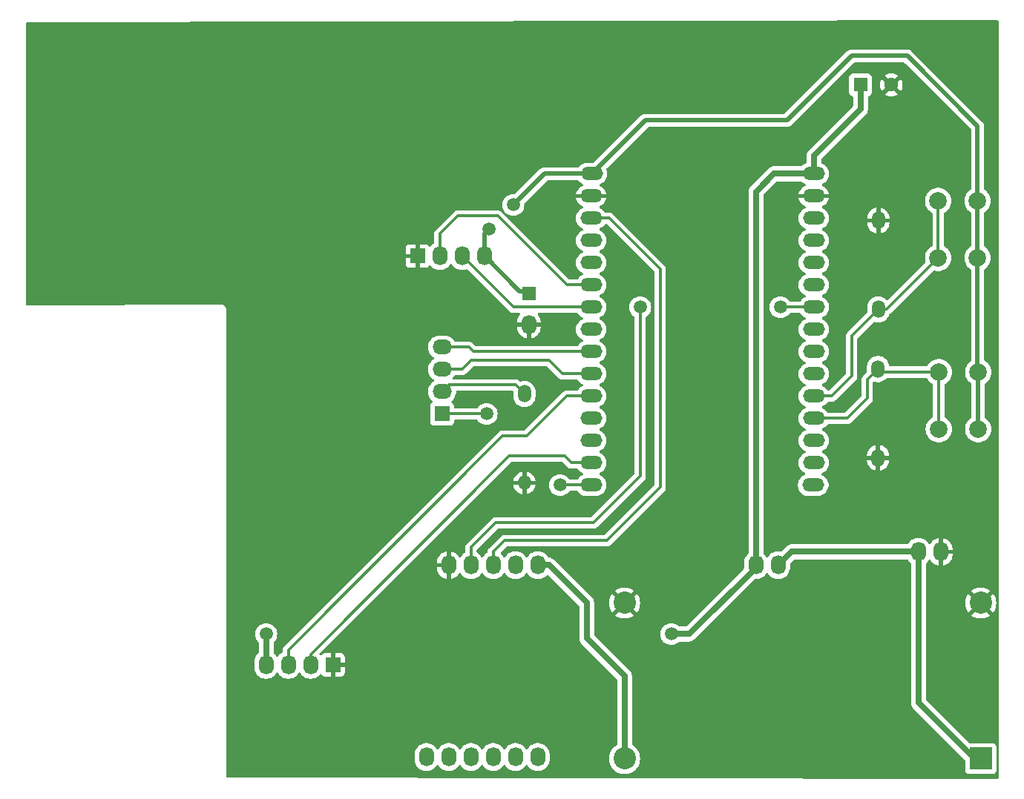
<source format=gbr>
%TF.GenerationSoftware,KiCad,Pcbnew,8.0.9-8.0.9-0~ubuntu22.04.1*%
%TF.CreationDate,2025-05-12T13:18:15+05:45*%
%TF.ProjectId,minor_hardware_pcb,6d696e6f-725f-4686-9172-64776172655f,rev?*%
%TF.SameCoordinates,Original*%
%TF.FileFunction,Copper,L2,Bot*%
%TF.FilePolarity,Positive*%
%FSLAX46Y46*%
G04 Gerber Fmt 4.6, Leading zero omitted, Abs format (unit mm)*
G04 Created by KiCad (PCBNEW 8.0.9-8.0.9-0~ubuntu22.04.1) date 2025-05-12 13:18:15*
%MOMM*%
%LPD*%
G01*
G04 APERTURE LIST*
%TA.AperFunction,ComponentPad*%
%ADD10O,1.524000X2.000000*%
%TD*%
%TA.AperFunction,ComponentPad*%
%ADD11O,2.500000X1.524000*%
%TD*%
%TA.AperFunction,ComponentPad*%
%ADD12O,1.700000X2.200000*%
%TD*%
%TA.AperFunction,ComponentPad*%
%ADD13R,1.700000X1.700000*%
%TD*%
%TA.AperFunction,ComponentPad*%
%ADD14O,2.200000X1.700000*%
%TD*%
%TA.AperFunction,ComponentPad*%
%ADD15C,2.000000*%
%TD*%
%TA.AperFunction,ComponentPad*%
%ADD16R,1.600000X1.600000*%
%TD*%
%TA.AperFunction,ComponentPad*%
%ADD17C,1.600000*%
%TD*%
%TA.AperFunction,ComponentPad*%
%ADD18R,2.540000X2.540000*%
%TD*%
%TA.AperFunction,ComponentPad*%
%ADD19C,2.540000*%
%TD*%
%TA.AperFunction,ComponentPad*%
%ADD20O,1.600000X1.600000*%
%TD*%
%TA.AperFunction,ViaPad*%
%ADD21C,1.500000*%
%TD*%
%TA.AperFunction,Conductor*%
%ADD22C,0.700000*%
%TD*%
%TA.AperFunction,Conductor*%
%ADD23C,0.500000*%
%TD*%
%TA.AperFunction,Conductor*%
%ADD24C,0.300000*%
%TD*%
G04 APERTURE END LIST*
D10*
%TO.P,R1,1*%
%TO.N,/PANIC*%
X172720000Y-109220000D03*
%TO.P,R1,2*%
%TO.N,GND*%
X172720000Y-99060000D03*
%TD*%
D11*
%TO.P,U1,1,EN*%
%TO.N,unconnected-(U1-EN-Pad1)*%
X165279000Y-129286000D03*
%TO.P,U1,2,SENSOR_VP*%
%TO.N,unconnected-(U1-SENSOR_VP-Pad2)*%
X165354000Y-126746000D03*
%TO.P,U1,3,SENSOR_VN*%
%TO.N,unconnected-(U1-SENSOR_VN-Pad3)*%
X165354000Y-124206000D03*
%TO.P,U1,4,IO34*%
%TO.N,/TERMINATE*%
X165354000Y-121666000D03*
%TO.P,U1,5,IO35*%
%TO.N,/PANIC*%
X165354000Y-119126000D03*
%TO.P,U1,6,IO32*%
%TO.N,unconnected-(U1-IO32-Pad6)*%
X165354000Y-116586000D03*
%TO.P,U1,7,IO33*%
%TO.N,unconnected-(U1-IO33-Pad7)*%
X165354000Y-114046000D03*
%TO.P,U1,8,IO25*%
%TO.N,unconnected-(U1-IO25-Pad8)*%
X165354000Y-111506000D03*
%TO.P,U1,9,IO26*%
%TO.N,/TXGSM*%
X165354000Y-108966000D03*
%TO.P,U1,10,IO27*%
%TO.N,unconnected-(U1-IO27-Pad10)*%
X165354000Y-106426000D03*
%TO.P,U1,11,IO14*%
%TO.N,unconnected-(U1-IO14-Pad11)*%
X165354000Y-103886000D03*
%TO.P,U1,12,IO12*%
%TO.N,unconnected-(U1-IO12-Pad12)*%
X165354000Y-101346000D03*
%TO.P,U1,13,IO13*%
%TO.N,unconnected-(U1-IO13-Pad13)*%
X165354000Y-98806000D03*
%TO.P,U1,14,GND*%
%TO.N,GND*%
X165354000Y-96266000D03*
%TO.P,U1,15,VIN*%
%TO.N,/POWER*%
X165354000Y-93726000D03*
%TO.P,U1,16,3V3*%
%TO.N,+3V3*%
X140029000Y-93726000D03*
%TO.P,U1,17,GND*%
%TO.N,GND*%
X139954000Y-96266000D03*
%TO.P,U1,18,IO15*%
%TO.N,/RXGSM*%
X139954000Y-98806000D03*
%TO.P,U1,19,IO2*%
%TO.N,unconnected-(U1-IO2-Pad19)*%
X139954000Y-101346000D03*
%TO.P,U1,20,IO4*%
%TO.N,unconnected-(U1-IO4-Pad20)*%
X139954000Y-103886000D03*
%TO.P,U1,21,IO16*%
%TO.N,/TXGPS*%
X139954000Y-106426000D03*
%TO.P,U1,22,IO17*%
%TO.N,/RXGPS*%
X139954000Y-108966000D03*
%TO.P,U1,23,IO5*%
%TO.N,unconnected-(U1-IO5-Pad23)*%
X139954000Y-111506000D03*
%TO.P,U1,24,IO18*%
%TO.N,/BLUE*%
X139954000Y-114046000D03*
%TO.P,U1,25,IO19*%
%TO.N,/GREEN*%
X139954000Y-116586000D03*
%TO.P,U1,26,IO21*%
%TO.N,/DISP_SCL*%
X139954000Y-119126000D03*
%TO.P,U1,27,RXD0*%
%TO.N,unconnected-(U1-RXD0-Pad27)*%
X139954000Y-121666000D03*
%TO.P,U1,28,TXD0*%
%TO.N,unconnected-(U1-TXD0-Pad28)*%
X139954000Y-124206000D03*
%TO.P,U1,29,IO22*%
%TO.N,/DISP_SDA*%
X139954000Y-126746000D03*
%TO.P,U1,30,IO23*%
%TO.N,/RED*%
X139954000Y-129286000D03*
%TD*%
D12*
%TO.P,J4,1,Pin_1*%
%TO.N,/POWER*%
X158745000Y-138430000D03*
%TO.P,J4,2,Pin_2*%
%TO.N,+7.5V*%
X161285000Y-138430000D03*
%TD*%
D13*
%TO.P,J3,1,Pin_1*%
%TO.N,/RED*%
X122936000Y-121158000D03*
D14*
%TO.P,J3,2,Pin_2*%
%TO.N,Net-(J3-Pin_2)*%
X122936000Y-118618000D03*
%TO.P,J3,3,Pin_3*%
%TO.N,/GREEN*%
X122936000Y-116078000D03*
%TO.P,J3,4,Pin_4*%
%TO.N,/BLUE*%
X122936000Y-113538000D03*
%TD*%
D12*
%TO.P,J2,1,Pin_1*%
%TO.N,+7.5V*%
X177292000Y-136906000D03*
%TO.P,J2,2,Pin_2*%
%TO.N,GND*%
X179832000Y-136906000D03*
%TD*%
D15*
%TO.P,SW1,1,1*%
%TO.N,+3V3*%
X184042000Y-96826000D03*
X184042000Y-103326000D03*
%TO.P,SW1,2,2*%
%TO.N,/PANIC*%
X179542000Y-96826000D03*
X179542000Y-103326000D03*
%TD*%
D10*
%TO.P,R2,1*%
%TO.N,/TERMINATE*%
X172684000Y-116026000D03*
%TO.P,R2,2*%
%TO.N,GND*%
X172684000Y-126186000D03*
%TD*%
D16*
%TO.P,C1,1*%
%TO.N,/POWER*%
X170688000Y-83566000D03*
D17*
%TO.P,C1,2*%
%TO.N,GND*%
X174188000Y-83566000D03*
%TD*%
D15*
%TO.P,SW2,1,1*%
%TO.N,+3V3*%
X184114000Y-116384000D03*
X184114000Y-122884000D03*
%TO.P,SW2,2,2*%
%TO.N,/TERMINATE*%
X179614000Y-116384000D03*
X179614000Y-122884000D03*
%TD*%
D18*
%TO.P,P1,1,input*%
%TO.N,+7.5V*%
X184404000Y-160528000D03*
D19*
%TO.P,P1,2,GND*%
%TO.N,GND*%
X184404000Y-142748000D03*
%TO.P,P1,3,output*%
%TO.N,+4V*%
X143764000Y-160528000D03*
%TO.P,P1,4,GND*%
%TO.N,GND*%
X143764000Y-142748000D03*
%TD*%
D12*
%TO.P,U2,1,VCC*%
%TO.N,+4V*%
X133858000Y-138430000D03*
%TO.P,U2,2,RST*%
%TO.N,unconnected-(U2-RST-Pad2)*%
X131318000Y-138430000D03*
%TO.P,U2,3,RXD*%
%TO.N,/RXGSM*%
X128778000Y-138430000D03*
%TO.P,U2,4,TXD*%
%TO.N,/TXGSM*%
X126238000Y-138430000D03*
%TO.P,U2,5,GND*%
%TO.N,GND*%
X123698000Y-138430000D03*
%TO.P,U2,6,SPKN*%
%TO.N,unconnected-(U2-SPKN-Pad6)*%
X121158000Y-160350000D03*
%TO.P,U2,7,SPKP*%
%TO.N,unconnected-(U2-SPKP-Pad7)*%
X123698000Y-160350000D03*
%TO.P,U2,8,MICN*%
%TO.N,unconnected-(U2-MICN-Pad8)*%
X126238000Y-160350000D03*
%TO.P,U2,9,MICP*%
%TO.N,unconnected-(U2-MICP-Pad9)*%
X128778000Y-160350000D03*
%TO.P,U2,10,DTR*%
%TO.N,unconnected-(U2-DTR-Pad10)*%
X131318000Y-160350000D03*
%TO.P,U2,11,RING*%
%TO.N,unconnected-(U2-RING-Pad11)*%
X133858000Y-160350000D03*
%TD*%
D10*
%TO.P,R3,1*%
%TO.N,Net-(J3-Pin_2)*%
X132334000Y-118872000D03*
D20*
%TO.P,R3,2*%
%TO.N,GND*%
X132334000Y-129032000D03*
%TD*%
D13*
%TO.P,J1,1,Pin_1*%
%TO.N,GND*%
X120142000Y-103124000D03*
D12*
%TO.P,J1,2,Pin_2*%
%TO.N,/TXGPS*%
X122682000Y-103124000D03*
%TO.P,J1,3,Pin_3*%
%TO.N,/RXGPS*%
X125222000Y-103124000D03*
%TO.P,J1,4,Pin_4*%
%TO.N,+3V3*%
X127762000Y-103124000D03*
%TD*%
D16*
%TO.P,C2,1*%
%TO.N,+3V3*%
X132842000Y-107442000D03*
D12*
%TO.P,C2,2*%
%TO.N,GND*%
X132842000Y-110942000D03*
%TD*%
%TO.P,J5,1,Pin_1*%
%TO.N,/POWER*%
X102860000Y-149803000D03*
%TO.P,J5,2,Pin_2*%
%TO.N,/DISP_SCL*%
X105400000Y-149803000D03*
%TO.P,J5,3,Pin_3*%
%TO.N,/DISP_SDA*%
X107940000Y-149803000D03*
D13*
%TO.P,J5,4,Pin_4*%
%TO.N,GND*%
X110480000Y-149803000D03*
%TD*%
D21*
%TO.N,/POWER*%
X149098000Y-146304000D03*
X102870000Y-146304000D03*
%TO.N,+3V3*%
X128270000Y-100076000D03*
X131064000Y-97282000D03*
%TO.N,/RED*%
X136398000Y-129286000D03*
X128016000Y-121158000D03*
%TO.N,/TXGSM*%
X161544000Y-108966000D03*
X145542000Y-108966000D03*
%TD*%
D22*
%TO.N,/POWER*%
X102870000Y-146304000D02*
X102870000Y-149793000D01*
X158745000Y-138689000D02*
X158745000Y-138430000D01*
X158745000Y-138430000D02*
X158745000Y-95763000D01*
X102870000Y-149793000D02*
X102860000Y-149803000D01*
X158745000Y-95763000D02*
X160782000Y-93726000D01*
X149098000Y-146304000D02*
X151130000Y-146304000D01*
X160782000Y-93726000D02*
X165354000Y-93726000D01*
X165354000Y-91694000D02*
X170688000Y-86360000D01*
X170688000Y-86360000D02*
X170688000Y-83566000D01*
X151130000Y-146304000D02*
X158745000Y-138689000D01*
X165354000Y-93726000D02*
X165354000Y-91694000D01*
D23*
%TO.N,+3V3*%
X169672000Y-80264000D02*
X176022000Y-80264000D01*
X184042000Y-116312000D02*
X184114000Y-116384000D01*
X184042000Y-88284000D02*
X184042000Y-96826000D01*
X127762000Y-103124000D02*
X131800386Y-107162386D01*
X184042000Y-103326000D02*
X184042000Y-116312000D01*
X127762000Y-100584000D02*
X128270000Y-100076000D01*
X127762000Y-103124000D02*
X127762000Y-100584000D01*
X131064000Y-97282000D02*
X134620000Y-93726000D01*
X134620000Y-93726000D02*
X140029000Y-93726000D01*
X131800386Y-107162386D02*
X132675470Y-107162386D01*
X140029000Y-93726000D02*
X146125000Y-87630000D01*
X184114000Y-116384000D02*
X184114000Y-122884000D01*
X146125000Y-87630000D02*
X162306000Y-87630000D01*
X162306000Y-87630000D02*
X169672000Y-80264000D01*
X184042000Y-96826000D02*
X184042000Y-103326000D01*
X176022000Y-80264000D02*
X184042000Y-88284000D01*
D24*
%TO.N,/TXGPS*%
X137160000Y-106426000D02*
X139954000Y-106426000D01*
X122682000Y-100584000D02*
X124714000Y-98552000D01*
X122682000Y-103124000D02*
X122682000Y-100584000D01*
X129286000Y-98552000D02*
X137160000Y-106426000D01*
X124714000Y-98552000D02*
X129286000Y-98552000D01*
%TO.N,/RXGPS*%
X125222000Y-103124000D02*
X131064000Y-108966000D01*
X131064000Y-108966000D02*
X139954000Y-108966000D01*
D22*
%TO.N,+7.5V*%
X177292000Y-154178000D02*
X183642000Y-160528000D01*
X177292000Y-136906000D02*
X177292000Y-154178000D01*
X183642000Y-160528000D02*
X184404000Y-160528000D01*
X177292000Y-136906000D02*
X162809000Y-136906000D01*
X184277000Y-160401000D02*
X183642000Y-160401000D01*
X184404000Y-160528000D02*
X184277000Y-160401000D01*
X162809000Y-136906000D02*
X161285000Y-138430000D01*
D24*
%TO.N,Net-(J3-Pin_2)*%
X123698000Y-117856000D02*
X131318000Y-117856000D01*
X122936000Y-118618000D02*
X123698000Y-117856000D01*
X131318000Y-117856000D02*
X132334000Y-118872000D01*
%TO.N,/BLUE*%
X122936000Y-113538000D02*
X125984000Y-113538000D01*
X125984000Y-113538000D02*
X126492000Y-114046000D01*
X126492000Y-114046000D02*
X139954000Y-114046000D01*
%TO.N,/RED*%
X136398000Y-129286000D02*
X139954000Y-129286000D01*
X122936000Y-121158000D02*
X128016000Y-121158000D01*
%TO.N,/GREEN*%
X126238000Y-115062000D02*
X135128000Y-115062000D01*
X136652000Y-116586000D02*
X139954000Y-116586000D01*
X135128000Y-115062000D02*
X136652000Y-116586000D01*
X122936000Y-116078000D02*
X125222000Y-116078000D01*
X125222000Y-116078000D02*
X126238000Y-115062000D01*
%TO.N,/DISP_SDA*%
X136906000Y-125984000D02*
X137668000Y-126746000D01*
X107940000Y-149803000D02*
X107940000Y-148600000D01*
X107940000Y-148600000D02*
X130556000Y-125984000D01*
X137668000Y-126746000D02*
X139954000Y-126746000D01*
X130556000Y-125984000D02*
X136906000Y-125984000D01*
%TO.N,/DISP_SCL*%
X129794000Y-123698000D02*
X132588000Y-123698000D01*
X105400000Y-148092000D02*
X129794000Y-123698000D01*
X105400000Y-149803000D02*
X105400000Y-148092000D01*
X132588000Y-123698000D02*
X137160000Y-119126000D01*
X137160000Y-119126000D02*
X139954000Y-119126000D01*
D22*
%TO.N,+4V*%
X143764000Y-151130000D02*
X139446000Y-146812000D01*
X135128000Y-138430000D02*
X133858000Y-138430000D01*
X139446000Y-146812000D02*
X139446000Y-142748000D01*
X143764000Y-160528000D02*
X143764000Y-151130000D01*
X139446000Y-142748000D02*
X135128000Y-138430000D01*
D24*
%TO.N,/PANIC*%
X172720000Y-109220000D02*
X169672000Y-112268000D01*
X179542000Y-103326000D02*
X173648000Y-109220000D01*
X173648000Y-109220000D02*
X172720000Y-109220000D01*
X179542000Y-96826000D02*
X179542000Y-103326000D01*
X169672000Y-116840000D02*
X167386000Y-119126000D01*
X167386000Y-119126000D02*
X165354000Y-119126000D01*
X169672000Y-112268000D02*
X169672000Y-116840000D01*
%TO.N,/TERMINATE*%
X173042000Y-116384000D02*
X172684000Y-116026000D01*
X169164000Y-121666000D02*
X165354000Y-121666000D01*
X179614000Y-122884000D02*
X179614000Y-116384000D01*
X172684000Y-116026000D02*
X171450000Y-117260000D01*
X171450000Y-117260000D02*
X171450000Y-119380000D01*
X171450000Y-119380000D02*
X169164000Y-121666000D01*
X179614000Y-116384000D02*
X173042000Y-116384000D01*
%TO.N,/RXGSM*%
X141732000Y-135636000D02*
X147828000Y-129540000D01*
X147828000Y-104648000D02*
X141986000Y-98806000D01*
X130048000Y-135636000D02*
X141732000Y-135636000D01*
X141986000Y-98806000D02*
X139954000Y-98806000D01*
X147828000Y-129540000D02*
X147828000Y-104648000D01*
X128778000Y-136906000D02*
X130048000Y-135636000D01*
X128778000Y-138430000D02*
X128778000Y-136906000D01*
%TO.N,/TXGSM*%
X140208000Y-133604000D02*
X145542000Y-128270000D01*
X145542000Y-128270000D02*
X145542000Y-108966000D01*
X161544000Y-108966000D02*
X165354000Y-108966000D01*
X126238000Y-138430000D02*
X126238000Y-136398000D01*
X126238000Y-136398000D02*
X129032000Y-133604000D01*
X129032000Y-133604000D02*
X140208000Y-133604000D01*
%TD*%
%TA.AperFunction,Conductor*%
%TO.N,GND*%
G36*
X186386303Y-76213449D02*
G01*
X186432177Y-76266149D01*
X186443500Y-76317916D01*
X186443500Y-162696609D01*
X186423815Y-162763648D01*
X186371011Y-162809403D01*
X186319323Y-162820609D01*
X98414323Y-162695388D01*
X98347312Y-162675608D01*
X98301632Y-162622739D01*
X98290500Y-162571388D01*
X98290500Y-159993713D01*
X119807500Y-159993713D01*
X119807500Y-160706287D01*
X119840754Y-160916243D01*
X119884647Y-161051332D01*
X119906444Y-161118414D01*
X120002951Y-161307820D01*
X120127890Y-161479786D01*
X120278213Y-161630109D01*
X120450179Y-161755048D01*
X120450181Y-161755049D01*
X120450184Y-161755051D01*
X120639588Y-161851557D01*
X120841757Y-161917246D01*
X121051713Y-161950500D01*
X121051714Y-161950500D01*
X121264286Y-161950500D01*
X121264287Y-161950500D01*
X121474243Y-161917246D01*
X121676412Y-161851557D01*
X121865816Y-161755051D01*
X121892558Y-161735622D01*
X122037786Y-161630109D01*
X122037788Y-161630106D01*
X122037792Y-161630104D01*
X122188104Y-161479792D01*
X122188106Y-161479788D01*
X122188109Y-161479786D01*
X122313048Y-161307820D01*
X122313047Y-161307820D01*
X122313051Y-161307816D01*
X122317514Y-161299054D01*
X122365488Y-161248259D01*
X122433308Y-161231463D01*
X122499444Y-161253999D01*
X122538486Y-161299056D01*
X122542951Y-161307820D01*
X122667890Y-161479786D01*
X122818213Y-161630109D01*
X122990179Y-161755048D01*
X122990181Y-161755049D01*
X122990184Y-161755051D01*
X123179588Y-161851557D01*
X123381757Y-161917246D01*
X123591713Y-161950500D01*
X123591714Y-161950500D01*
X123804286Y-161950500D01*
X123804287Y-161950500D01*
X124014243Y-161917246D01*
X124216412Y-161851557D01*
X124405816Y-161755051D01*
X124432558Y-161735622D01*
X124577786Y-161630109D01*
X124577788Y-161630106D01*
X124577792Y-161630104D01*
X124728104Y-161479792D01*
X124728106Y-161479788D01*
X124728109Y-161479786D01*
X124853048Y-161307820D01*
X124853047Y-161307820D01*
X124853051Y-161307816D01*
X124857514Y-161299054D01*
X124905488Y-161248259D01*
X124973308Y-161231463D01*
X125039444Y-161253999D01*
X125078486Y-161299056D01*
X125082951Y-161307820D01*
X125207890Y-161479786D01*
X125358213Y-161630109D01*
X125530179Y-161755048D01*
X125530181Y-161755049D01*
X125530184Y-161755051D01*
X125719588Y-161851557D01*
X125921757Y-161917246D01*
X126131713Y-161950500D01*
X126131714Y-161950500D01*
X126344286Y-161950500D01*
X126344287Y-161950500D01*
X126554243Y-161917246D01*
X126756412Y-161851557D01*
X126945816Y-161755051D01*
X126972558Y-161735622D01*
X127117786Y-161630109D01*
X127117788Y-161630106D01*
X127117792Y-161630104D01*
X127268104Y-161479792D01*
X127268106Y-161479788D01*
X127268109Y-161479786D01*
X127393048Y-161307820D01*
X127393047Y-161307820D01*
X127393051Y-161307816D01*
X127397514Y-161299054D01*
X127445488Y-161248259D01*
X127513308Y-161231463D01*
X127579444Y-161253999D01*
X127618486Y-161299056D01*
X127622951Y-161307820D01*
X127747890Y-161479786D01*
X127898213Y-161630109D01*
X128070179Y-161755048D01*
X128070181Y-161755049D01*
X128070184Y-161755051D01*
X128259588Y-161851557D01*
X128461757Y-161917246D01*
X128671713Y-161950500D01*
X128671714Y-161950500D01*
X128884286Y-161950500D01*
X128884287Y-161950500D01*
X129094243Y-161917246D01*
X129296412Y-161851557D01*
X129485816Y-161755051D01*
X129512558Y-161735622D01*
X129657786Y-161630109D01*
X129657788Y-161630106D01*
X129657792Y-161630104D01*
X129808104Y-161479792D01*
X129808106Y-161479788D01*
X129808109Y-161479786D01*
X129933048Y-161307820D01*
X129933047Y-161307820D01*
X129933051Y-161307816D01*
X129937514Y-161299054D01*
X129985488Y-161248259D01*
X130053308Y-161231463D01*
X130119444Y-161253999D01*
X130158486Y-161299056D01*
X130162951Y-161307820D01*
X130287890Y-161479786D01*
X130438213Y-161630109D01*
X130610179Y-161755048D01*
X130610181Y-161755049D01*
X130610184Y-161755051D01*
X130799588Y-161851557D01*
X131001757Y-161917246D01*
X131211713Y-161950500D01*
X131211714Y-161950500D01*
X131424286Y-161950500D01*
X131424287Y-161950500D01*
X131634243Y-161917246D01*
X131836412Y-161851557D01*
X132025816Y-161755051D01*
X132052558Y-161735622D01*
X132197786Y-161630109D01*
X132197788Y-161630106D01*
X132197792Y-161630104D01*
X132348104Y-161479792D01*
X132348106Y-161479788D01*
X132348109Y-161479786D01*
X132473048Y-161307820D01*
X132473047Y-161307820D01*
X132473051Y-161307816D01*
X132477514Y-161299054D01*
X132525488Y-161248259D01*
X132593308Y-161231463D01*
X132659444Y-161253999D01*
X132698486Y-161299056D01*
X132702951Y-161307820D01*
X132827890Y-161479786D01*
X132978213Y-161630109D01*
X133150179Y-161755048D01*
X133150181Y-161755049D01*
X133150184Y-161755051D01*
X133339588Y-161851557D01*
X133541757Y-161917246D01*
X133751713Y-161950500D01*
X133751714Y-161950500D01*
X133964286Y-161950500D01*
X133964287Y-161950500D01*
X134174243Y-161917246D01*
X134376412Y-161851557D01*
X134565816Y-161755051D01*
X134592558Y-161735622D01*
X134737786Y-161630109D01*
X134737788Y-161630106D01*
X134737792Y-161630104D01*
X134888104Y-161479792D01*
X134888106Y-161479788D01*
X134888109Y-161479786D01*
X135013048Y-161307820D01*
X135013047Y-161307820D01*
X135013051Y-161307816D01*
X135109557Y-161118412D01*
X135175246Y-160916243D01*
X135208500Y-160706287D01*
X135208500Y-159993713D01*
X135175246Y-159783757D01*
X135109557Y-159581588D01*
X135013051Y-159392184D01*
X135013049Y-159392181D01*
X135013048Y-159392179D01*
X134888109Y-159220213D01*
X134737786Y-159069890D01*
X134565820Y-158944951D01*
X134376414Y-158848444D01*
X134376413Y-158848443D01*
X134376412Y-158848443D01*
X134174243Y-158782754D01*
X134174241Y-158782753D01*
X134174240Y-158782753D01*
X134012957Y-158757208D01*
X133964287Y-158749500D01*
X133751713Y-158749500D01*
X133703042Y-158757208D01*
X133541760Y-158782753D01*
X133339585Y-158848444D01*
X133150179Y-158944951D01*
X132978213Y-159069890D01*
X132827890Y-159220213D01*
X132702949Y-159392182D01*
X132698484Y-159400946D01*
X132650509Y-159451742D01*
X132582688Y-159468536D01*
X132516553Y-159445998D01*
X132477516Y-159400946D01*
X132473050Y-159392182D01*
X132348109Y-159220213D01*
X132197786Y-159069890D01*
X132025820Y-158944951D01*
X131836414Y-158848444D01*
X131836413Y-158848443D01*
X131836412Y-158848443D01*
X131634243Y-158782754D01*
X131634241Y-158782753D01*
X131634240Y-158782753D01*
X131472957Y-158757208D01*
X131424287Y-158749500D01*
X131211713Y-158749500D01*
X131163042Y-158757208D01*
X131001760Y-158782753D01*
X130799585Y-158848444D01*
X130610179Y-158944951D01*
X130438213Y-159069890D01*
X130287890Y-159220213D01*
X130162949Y-159392182D01*
X130158484Y-159400946D01*
X130110509Y-159451742D01*
X130042688Y-159468536D01*
X129976553Y-159445998D01*
X129937516Y-159400946D01*
X129933050Y-159392182D01*
X129808109Y-159220213D01*
X129657786Y-159069890D01*
X129485820Y-158944951D01*
X129296414Y-158848444D01*
X129296413Y-158848443D01*
X129296412Y-158848443D01*
X129094243Y-158782754D01*
X129094241Y-158782753D01*
X129094240Y-158782753D01*
X128932957Y-158757208D01*
X128884287Y-158749500D01*
X128671713Y-158749500D01*
X128623042Y-158757208D01*
X128461760Y-158782753D01*
X128259585Y-158848444D01*
X128070179Y-158944951D01*
X127898213Y-159069890D01*
X127747890Y-159220213D01*
X127622949Y-159392182D01*
X127618484Y-159400946D01*
X127570509Y-159451742D01*
X127502688Y-159468536D01*
X127436553Y-159445998D01*
X127397516Y-159400946D01*
X127393050Y-159392182D01*
X127268109Y-159220213D01*
X127117786Y-159069890D01*
X126945820Y-158944951D01*
X126756414Y-158848444D01*
X126756413Y-158848443D01*
X126756412Y-158848443D01*
X126554243Y-158782754D01*
X126554241Y-158782753D01*
X126554240Y-158782753D01*
X126392957Y-158757208D01*
X126344287Y-158749500D01*
X126131713Y-158749500D01*
X126083042Y-158757208D01*
X125921760Y-158782753D01*
X125719585Y-158848444D01*
X125530179Y-158944951D01*
X125358213Y-159069890D01*
X125207890Y-159220213D01*
X125082949Y-159392182D01*
X125078484Y-159400946D01*
X125030509Y-159451742D01*
X124962688Y-159468536D01*
X124896553Y-159445998D01*
X124857516Y-159400946D01*
X124853050Y-159392182D01*
X124728109Y-159220213D01*
X124577786Y-159069890D01*
X124405820Y-158944951D01*
X124216414Y-158848444D01*
X124216413Y-158848443D01*
X124216412Y-158848443D01*
X124014243Y-158782754D01*
X124014241Y-158782753D01*
X124014240Y-158782753D01*
X123852957Y-158757208D01*
X123804287Y-158749500D01*
X123591713Y-158749500D01*
X123543042Y-158757208D01*
X123381760Y-158782753D01*
X123179585Y-158848444D01*
X122990179Y-158944951D01*
X122818213Y-159069890D01*
X122667890Y-159220213D01*
X122542949Y-159392182D01*
X122538484Y-159400946D01*
X122490509Y-159451742D01*
X122422688Y-159468536D01*
X122356553Y-159445998D01*
X122317516Y-159400946D01*
X122313050Y-159392182D01*
X122188109Y-159220213D01*
X122037786Y-159069890D01*
X121865820Y-158944951D01*
X121676414Y-158848444D01*
X121676413Y-158848443D01*
X121676412Y-158848443D01*
X121474243Y-158782754D01*
X121474241Y-158782753D01*
X121474240Y-158782753D01*
X121312957Y-158757208D01*
X121264287Y-158749500D01*
X121051713Y-158749500D01*
X121003042Y-158757208D01*
X120841760Y-158782753D01*
X120639585Y-158848444D01*
X120450179Y-158944951D01*
X120278213Y-159069890D01*
X120127890Y-159220213D01*
X120002951Y-159392179D01*
X119906444Y-159581585D01*
X119840753Y-159783760D01*
X119807500Y-159993713D01*
X98290500Y-159993713D01*
X98290500Y-149446713D01*
X101509500Y-149446713D01*
X101509500Y-150159286D01*
X101542753Y-150369239D01*
X101608444Y-150571414D01*
X101704951Y-150760820D01*
X101829890Y-150932786D01*
X101980213Y-151083109D01*
X102152179Y-151208048D01*
X102152181Y-151208049D01*
X102152184Y-151208051D01*
X102341588Y-151304557D01*
X102543757Y-151370246D01*
X102753713Y-151403500D01*
X102753714Y-151403500D01*
X102966286Y-151403500D01*
X102966287Y-151403500D01*
X103176243Y-151370246D01*
X103378412Y-151304557D01*
X103567816Y-151208051D01*
X103643589Y-151152999D01*
X103739786Y-151083109D01*
X103739788Y-151083106D01*
X103739792Y-151083104D01*
X103890104Y-150932792D01*
X103890106Y-150932788D01*
X103890109Y-150932786D01*
X104015048Y-150760820D01*
X104015047Y-150760820D01*
X104015051Y-150760816D01*
X104019514Y-150752054D01*
X104067488Y-150701259D01*
X104135308Y-150684463D01*
X104201444Y-150706999D01*
X104240486Y-150752056D01*
X104244951Y-150760820D01*
X104369890Y-150932786D01*
X104520213Y-151083109D01*
X104692179Y-151208048D01*
X104692181Y-151208049D01*
X104692184Y-151208051D01*
X104881588Y-151304557D01*
X105083757Y-151370246D01*
X105293713Y-151403500D01*
X105293714Y-151403500D01*
X105506286Y-151403500D01*
X105506287Y-151403500D01*
X105716243Y-151370246D01*
X105918412Y-151304557D01*
X106107816Y-151208051D01*
X106183589Y-151152999D01*
X106279786Y-151083109D01*
X106279788Y-151083106D01*
X106279792Y-151083104D01*
X106430104Y-150932792D01*
X106430106Y-150932788D01*
X106430109Y-150932786D01*
X106555048Y-150760820D01*
X106555047Y-150760820D01*
X106555051Y-150760816D01*
X106559514Y-150752054D01*
X106607488Y-150701259D01*
X106675308Y-150684463D01*
X106741444Y-150706999D01*
X106780486Y-150752056D01*
X106784951Y-150760820D01*
X106909890Y-150932786D01*
X107060213Y-151083109D01*
X107232179Y-151208048D01*
X107232181Y-151208049D01*
X107232184Y-151208051D01*
X107421588Y-151304557D01*
X107623757Y-151370246D01*
X107833713Y-151403500D01*
X107833714Y-151403500D01*
X108046286Y-151403500D01*
X108046287Y-151403500D01*
X108256243Y-151370246D01*
X108458412Y-151304557D01*
X108647816Y-151208051D01*
X108723589Y-151152999D01*
X108819786Y-151083109D01*
X108819788Y-151083106D01*
X108819792Y-151083104D01*
X108970104Y-150932792D01*
X108991830Y-150902887D01*
X109047160Y-150860221D01*
X109116773Y-150854240D01*
X109178569Y-150886845D01*
X109191417Y-150901460D01*
X109272813Y-151010190D01*
X109387906Y-151096350D01*
X109387913Y-151096354D01*
X109522620Y-151146596D01*
X109522627Y-151146598D01*
X109582155Y-151152999D01*
X109582172Y-151153000D01*
X110230000Y-151153000D01*
X110230000Y-150236012D01*
X110287007Y-150268925D01*
X110414174Y-150303000D01*
X110545826Y-150303000D01*
X110672993Y-150268925D01*
X110730000Y-150236012D01*
X110730000Y-151153000D01*
X111377828Y-151153000D01*
X111377844Y-151152999D01*
X111437372Y-151146598D01*
X111437379Y-151146596D01*
X111572086Y-151096354D01*
X111572093Y-151096350D01*
X111687187Y-151010190D01*
X111687190Y-151010187D01*
X111773350Y-150895093D01*
X111773354Y-150895086D01*
X111823596Y-150760379D01*
X111823598Y-150760372D01*
X111829999Y-150700844D01*
X111830000Y-150700827D01*
X111830000Y-150053000D01*
X110913012Y-150053000D01*
X110945925Y-149995993D01*
X110980000Y-149868826D01*
X110980000Y-149737174D01*
X110945925Y-149610007D01*
X110913012Y-149553000D01*
X111830000Y-149553000D01*
X111830000Y-148905172D01*
X111829999Y-148905155D01*
X111823598Y-148845627D01*
X111823596Y-148845620D01*
X111773354Y-148710913D01*
X111773350Y-148710906D01*
X111687190Y-148595812D01*
X111687187Y-148595809D01*
X111572093Y-148509649D01*
X111572086Y-148509645D01*
X111437379Y-148459403D01*
X111437372Y-148459401D01*
X111377844Y-148453000D01*
X110730000Y-148453000D01*
X110730000Y-149369988D01*
X110672993Y-149337075D01*
X110545826Y-149303000D01*
X110414174Y-149303000D01*
X110287007Y-149337075D01*
X110230000Y-149369988D01*
X110230000Y-148453000D01*
X109582155Y-148453000D01*
X109522627Y-148459401D01*
X109522620Y-148459403D01*
X109387913Y-148509645D01*
X109387906Y-148509649D01*
X109272812Y-148595809D01*
X109191416Y-148704540D01*
X109135482Y-148746410D01*
X109065791Y-148751394D01*
X109004468Y-148717908D01*
X108991831Y-148703113D01*
X108970109Y-148673215D01*
X108970104Y-148673208D01*
X108966102Y-148669206D01*
X108932617Y-148607883D01*
X108937601Y-148538191D01*
X108966102Y-148493844D01*
X128677947Y-128781999D01*
X131055127Y-128781999D01*
X131055128Y-128782000D01*
X132018314Y-128782000D01*
X132013920Y-128786394D01*
X131961259Y-128877606D01*
X131934000Y-128979339D01*
X131934000Y-129084661D01*
X131961259Y-129186394D01*
X132013920Y-129277606D01*
X132018314Y-129282000D01*
X131055128Y-129282000D01*
X131107730Y-129478317D01*
X131107734Y-129478326D01*
X131203865Y-129684482D01*
X131334342Y-129870820D01*
X131495179Y-130031657D01*
X131681517Y-130162134D01*
X131887673Y-130258265D01*
X131887682Y-130258269D01*
X132083999Y-130310872D01*
X132084000Y-130310871D01*
X132084000Y-129347686D01*
X132088394Y-129352080D01*
X132179606Y-129404741D01*
X132281339Y-129432000D01*
X132386661Y-129432000D01*
X132488394Y-129404741D01*
X132579606Y-129352080D01*
X132584000Y-129347686D01*
X132584000Y-130310872D01*
X132780317Y-130258269D01*
X132780326Y-130258265D01*
X132986482Y-130162134D01*
X133172820Y-130031657D01*
X133333657Y-129870820D01*
X133464134Y-129684482D01*
X133560265Y-129478326D01*
X133560269Y-129478317D01*
X133612872Y-129282000D01*
X132649686Y-129282000D01*
X132654080Y-129277606D01*
X132706741Y-129186394D01*
X132734000Y-129084661D01*
X132734000Y-128979339D01*
X132706741Y-128877606D01*
X132654080Y-128786394D01*
X132649686Y-128782000D01*
X133612872Y-128782000D01*
X133612872Y-128781999D01*
X133560269Y-128585682D01*
X133560265Y-128585673D01*
X133464134Y-128379517D01*
X133333657Y-128193179D01*
X133172820Y-128032342D01*
X132986482Y-127901865D01*
X132780328Y-127805734D01*
X132584000Y-127753127D01*
X132584000Y-128716314D01*
X132579606Y-128711920D01*
X132488394Y-128659259D01*
X132386661Y-128632000D01*
X132281339Y-128632000D01*
X132179606Y-128659259D01*
X132088394Y-128711920D01*
X132084000Y-128716314D01*
X132084000Y-127753127D01*
X131887671Y-127805734D01*
X131681517Y-127901865D01*
X131495179Y-128032342D01*
X131334342Y-128193179D01*
X131203865Y-128379517D01*
X131107734Y-128585673D01*
X131107730Y-128585682D01*
X131055127Y-128781999D01*
X128677947Y-128781999D01*
X130789127Y-126670819D01*
X130850450Y-126637334D01*
X130876808Y-126634500D01*
X136585192Y-126634500D01*
X136652231Y-126654185D01*
X136672873Y-126670819D01*
X137253325Y-127251272D01*
X137253326Y-127251273D01*
X137253329Y-127251275D01*
X137253331Y-127251277D01*
X137359873Y-127322465D01*
X137478256Y-127371501D01*
X137478260Y-127371501D01*
X137478261Y-127371502D01*
X137603928Y-127396500D01*
X137603931Y-127396500D01*
X138314899Y-127396500D01*
X138381938Y-127416185D01*
X138415217Y-127447615D01*
X138503019Y-127568464D01*
X138643536Y-127708981D01*
X138804306Y-127825787D01*
X138922832Y-127886179D01*
X138960780Y-127905515D01*
X139011576Y-127953490D01*
X139028371Y-128021311D01*
X139005833Y-128087446D01*
X138960780Y-128126485D01*
X138804305Y-128206213D01*
X138643533Y-128323021D01*
X138503021Y-128463533D01*
X138503016Y-128463539D01*
X138415217Y-128584385D01*
X138359887Y-128627051D01*
X138314899Y-128635500D01*
X137533644Y-128635500D01*
X137466605Y-128615815D01*
X137432069Y-128582623D01*
X137359599Y-128479124D01*
X137305331Y-128424856D01*
X137204877Y-128324402D01*
X137025639Y-128198898D01*
X137025640Y-128198898D01*
X137025638Y-128198897D01*
X136909338Y-128144666D01*
X136827330Y-128106425D01*
X136827326Y-128106424D01*
X136827322Y-128106422D01*
X136615977Y-128049793D01*
X136398002Y-128030723D01*
X136397998Y-128030723D01*
X136252682Y-128043436D01*
X136180023Y-128049793D01*
X136180020Y-128049793D01*
X135968677Y-128106422D01*
X135968668Y-128106426D01*
X135770361Y-128198898D01*
X135770357Y-128198900D01*
X135591121Y-128324402D01*
X135436402Y-128479121D01*
X135310900Y-128658357D01*
X135310898Y-128658361D01*
X135218426Y-128856668D01*
X135218422Y-128856677D01*
X135161793Y-129068020D01*
X135161793Y-129068024D01*
X135142723Y-129285997D01*
X135142723Y-129286002D01*
X135161793Y-129503975D01*
X135161793Y-129503979D01*
X135218422Y-129715322D01*
X135218424Y-129715326D01*
X135218425Y-129715330D01*
X135244211Y-129770629D01*
X135310897Y-129913638D01*
X135310898Y-129913639D01*
X135436402Y-130092877D01*
X135591123Y-130247598D01*
X135770361Y-130373102D01*
X135968670Y-130465575D01*
X136180023Y-130522207D01*
X136362926Y-130538208D01*
X136397998Y-130541277D01*
X136398000Y-130541277D01*
X136398002Y-130541277D01*
X136426254Y-130538805D01*
X136615977Y-130522207D01*
X136827330Y-130465575D01*
X137025639Y-130373102D01*
X137204877Y-130247598D01*
X137359598Y-130092877D01*
X137432071Y-129989374D01*
X137486647Y-129945751D01*
X137533645Y-129936500D01*
X138314899Y-129936500D01*
X138381938Y-129956185D01*
X138415217Y-129987615D01*
X138491694Y-130092877D01*
X138503019Y-130108464D01*
X138643536Y-130248981D01*
X138804306Y-130365787D01*
X138891149Y-130410035D01*
X138981367Y-130456005D01*
X138981370Y-130456006D01*
X139075866Y-130486709D01*
X139170364Y-130517413D01*
X139366639Y-130548500D01*
X139366640Y-130548500D01*
X140541360Y-130548500D01*
X140541361Y-130548500D01*
X140737636Y-130517413D01*
X140926632Y-130456005D01*
X141103694Y-130365787D01*
X141264464Y-130248981D01*
X141404981Y-130108464D01*
X141521787Y-129947694D01*
X141612005Y-129770632D01*
X141673413Y-129581636D01*
X141704500Y-129385361D01*
X141704500Y-129186639D01*
X141673413Y-128990364D01*
X141612005Y-128801368D01*
X141612005Y-128801367D01*
X141552545Y-128684672D01*
X141521787Y-128624306D01*
X141404981Y-128463536D01*
X141264464Y-128323019D01*
X141103694Y-128206213D01*
X140947218Y-128126484D01*
X140896423Y-128078510D01*
X140879628Y-128010689D01*
X140902165Y-127944554D01*
X140947218Y-127905515D01*
X141103694Y-127825787D01*
X141264464Y-127708981D01*
X141404981Y-127568464D01*
X141521787Y-127407694D01*
X141612005Y-127230632D01*
X141673413Y-127041636D01*
X141704500Y-126845361D01*
X141704500Y-126646639D01*
X141673413Y-126450364D01*
X141612005Y-126261368D01*
X141612005Y-126261367D01*
X141566035Y-126171149D01*
X141521787Y-126084306D01*
X141404981Y-125923536D01*
X141264464Y-125783019D01*
X141103694Y-125666213D01*
X140947218Y-125586484D01*
X140896423Y-125538510D01*
X140879628Y-125470689D01*
X140902165Y-125404554D01*
X140947218Y-125365515D01*
X141103694Y-125285787D01*
X141264464Y-125168981D01*
X141404981Y-125028464D01*
X141521787Y-124867694D01*
X141612005Y-124690632D01*
X141673413Y-124501636D01*
X141704500Y-124305361D01*
X141704500Y-124106639D01*
X141673413Y-123910364D01*
X141612005Y-123721368D01*
X141612005Y-123721367D01*
X141521786Y-123544305D01*
X141404981Y-123383536D01*
X141264464Y-123243019D01*
X141103694Y-123126213D01*
X140947218Y-123046484D01*
X140896423Y-122998510D01*
X140879628Y-122930689D01*
X140902165Y-122864554D01*
X140947218Y-122825515D01*
X141103694Y-122745787D01*
X141264464Y-122628981D01*
X141404981Y-122488464D01*
X141521787Y-122327694D01*
X141612005Y-122150632D01*
X141673413Y-121961636D01*
X141704500Y-121765361D01*
X141704500Y-121566639D01*
X141673413Y-121370364D01*
X141612005Y-121181368D01*
X141612005Y-121181367D01*
X141566035Y-121091149D01*
X141521787Y-121004306D01*
X141404981Y-120843536D01*
X141264464Y-120703019D01*
X141103694Y-120586213D01*
X140947218Y-120506484D01*
X140896423Y-120458510D01*
X140879628Y-120390689D01*
X140902165Y-120324554D01*
X140947218Y-120285515D01*
X141103694Y-120205787D01*
X141264464Y-120088981D01*
X141404981Y-119948464D01*
X141521787Y-119787694D01*
X141612005Y-119610632D01*
X141673413Y-119421636D01*
X141704500Y-119225361D01*
X141704500Y-119026639D01*
X141673413Y-118830364D01*
X141638947Y-118724287D01*
X141612006Y-118641370D01*
X141612005Y-118641367D01*
X141540227Y-118500497D01*
X141521787Y-118464306D01*
X141404981Y-118303536D01*
X141264464Y-118163019D01*
X141103694Y-118046213D01*
X140947218Y-117966484D01*
X140896423Y-117918510D01*
X140879628Y-117850689D01*
X140902165Y-117784554D01*
X140947218Y-117745515D01*
X141103694Y-117665787D01*
X141264464Y-117548981D01*
X141404981Y-117408464D01*
X141521787Y-117247694D01*
X141612005Y-117070632D01*
X141612128Y-117070255D01*
X141623745Y-117034500D01*
X141673413Y-116881636D01*
X141704500Y-116685361D01*
X141704500Y-116486639D01*
X141673413Y-116290364D01*
X141638947Y-116184287D01*
X141612006Y-116101370D01*
X141612005Y-116101367D01*
X141545942Y-115971713D01*
X141521787Y-115924306D01*
X141404981Y-115763536D01*
X141264464Y-115623019D01*
X141103694Y-115506213D01*
X140947218Y-115426484D01*
X140896423Y-115378510D01*
X140879628Y-115310689D01*
X140902165Y-115244554D01*
X140947218Y-115205515D01*
X141103694Y-115125787D01*
X141264464Y-115008981D01*
X141404981Y-114868464D01*
X141521787Y-114707694D01*
X141612005Y-114530632D01*
X141673413Y-114341636D01*
X141704500Y-114145361D01*
X141704500Y-113946639D01*
X141673413Y-113750364D01*
X141638947Y-113644287D01*
X141612006Y-113561370D01*
X141612005Y-113561367D01*
X141545942Y-113431713D01*
X141521787Y-113384306D01*
X141404981Y-113223536D01*
X141264464Y-113083019D01*
X141103694Y-112966213D01*
X140947218Y-112886484D01*
X140896423Y-112838510D01*
X140879628Y-112770689D01*
X140902165Y-112704554D01*
X140947218Y-112665515D01*
X141103694Y-112585787D01*
X141264464Y-112468981D01*
X141404981Y-112328464D01*
X141521787Y-112167694D01*
X141612005Y-111990632D01*
X141673413Y-111801636D01*
X141704500Y-111605361D01*
X141704500Y-111406639D01*
X141673413Y-111210364D01*
X141612005Y-111021368D01*
X141612005Y-111021367D01*
X141566035Y-110931149D01*
X141521787Y-110844306D01*
X141404981Y-110683536D01*
X141264464Y-110543019D01*
X141103694Y-110426213D01*
X140947218Y-110346484D01*
X140896423Y-110298510D01*
X140879628Y-110230689D01*
X140902165Y-110164554D01*
X140947218Y-110125515D01*
X141103694Y-110045787D01*
X141264464Y-109928981D01*
X141404981Y-109788464D01*
X141521787Y-109627694D01*
X141612005Y-109450632D01*
X141673413Y-109261636D01*
X141704500Y-109065361D01*
X141704500Y-108866639D01*
X141673413Y-108670364D01*
X141629973Y-108536668D01*
X141612006Y-108481370D01*
X141612005Y-108481367D01*
X141529939Y-108320305D01*
X141521787Y-108304306D01*
X141404981Y-108143536D01*
X141264464Y-108003019D01*
X141103694Y-107886213D01*
X140947218Y-107806484D01*
X140896423Y-107758510D01*
X140879628Y-107690689D01*
X140902165Y-107624554D01*
X140947218Y-107585515D01*
X141103694Y-107505787D01*
X141264464Y-107388981D01*
X141404981Y-107248464D01*
X141521787Y-107087694D01*
X141612005Y-106910632D01*
X141673413Y-106721636D01*
X141704500Y-106525361D01*
X141704500Y-106326639D01*
X141673413Y-106130364D01*
X141612005Y-105941368D01*
X141612005Y-105941367D01*
X141566035Y-105851149D01*
X141521787Y-105764306D01*
X141404981Y-105603536D01*
X141264464Y-105463019D01*
X141103694Y-105346213D01*
X140947218Y-105266484D01*
X140896423Y-105218510D01*
X140879628Y-105150689D01*
X140902165Y-105084554D01*
X140947218Y-105045515D01*
X141103694Y-104965787D01*
X141264464Y-104848981D01*
X141404981Y-104708464D01*
X141521787Y-104547694D01*
X141612005Y-104370632D01*
X141673413Y-104181636D01*
X141704500Y-103985361D01*
X141704500Y-103786639D01*
X141673413Y-103590364D01*
X141621635Y-103431007D01*
X141612006Y-103401370D01*
X141612005Y-103401367D01*
X141521786Y-103224305D01*
X141404981Y-103063536D01*
X141264464Y-102923019D01*
X141103694Y-102806213D01*
X140947218Y-102726484D01*
X140896423Y-102678510D01*
X140879628Y-102610689D01*
X140902165Y-102544554D01*
X140947218Y-102505515D01*
X141103694Y-102425787D01*
X141264464Y-102308981D01*
X141404981Y-102168464D01*
X141521787Y-102007694D01*
X141612005Y-101830632D01*
X141673413Y-101641636D01*
X141704500Y-101445361D01*
X141704500Y-101246639D01*
X141673413Y-101050364D01*
X141642709Y-100955866D01*
X141612006Y-100861370D01*
X141612005Y-100861367D01*
X141566035Y-100771149D01*
X141521787Y-100684306D01*
X141404981Y-100523536D01*
X141264464Y-100383019D01*
X141103694Y-100266213D01*
X140947218Y-100186484D01*
X140896423Y-100138510D01*
X140879628Y-100070689D01*
X140902165Y-100004554D01*
X140947218Y-99965515D01*
X141103694Y-99885787D01*
X141264464Y-99768981D01*
X141404981Y-99628464D01*
X141492783Y-99507615D01*
X141548113Y-99464949D01*
X141593101Y-99456500D01*
X141665192Y-99456500D01*
X141732231Y-99476185D01*
X141752873Y-99492819D01*
X147141181Y-104881127D01*
X147174666Y-104942450D01*
X147177500Y-104968808D01*
X147177500Y-129219192D01*
X147157815Y-129286231D01*
X147141181Y-129306873D01*
X141498873Y-134949181D01*
X141437550Y-134982666D01*
X141411192Y-134985500D01*
X129983929Y-134985500D01*
X129858261Y-135010497D01*
X129858255Y-135010499D01*
X129739875Y-135059533D01*
X129739866Y-135059538D01*
X129633331Y-135130723D01*
X129633327Y-135130726D01*
X128272727Y-136491325D01*
X128272724Y-136491328D01*
X128233713Y-136549712D01*
X128233714Y-136549713D01*
X128201534Y-136597874D01*
X128152499Y-136716255D01*
X128152497Y-136716261D01*
X128127500Y-136841928D01*
X128127500Y-136920382D01*
X128107815Y-136987421D01*
X128073408Y-137021099D01*
X128074125Y-137022085D01*
X127898213Y-137149890D01*
X127747890Y-137300213D01*
X127622949Y-137472182D01*
X127618484Y-137480946D01*
X127570509Y-137531742D01*
X127502688Y-137548536D01*
X127436553Y-137525998D01*
X127397516Y-137480946D01*
X127393050Y-137472182D01*
X127268109Y-137300213D01*
X127117786Y-137149890D01*
X126941875Y-137022085D01*
X126942851Y-137020740D01*
X126900834Y-136974295D01*
X126888500Y-136920382D01*
X126888500Y-136718808D01*
X126908185Y-136651769D01*
X126924819Y-136631127D01*
X129265127Y-134290819D01*
X129326450Y-134257334D01*
X129352808Y-134254500D01*
X140272071Y-134254500D01*
X140356615Y-134237682D01*
X140397744Y-134229501D01*
X140516127Y-134180465D01*
X140622669Y-134109277D01*
X146047276Y-128684669D01*
X146118465Y-128578127D01*
X146167501Y-128459744D01*
X146174441Y-128424856D01*
X146192500Y-128334069D01*
X146192500Y-110101644D01*
X146212185Y-110034605D01*
X146245377Y-110000069D01*
X146267695Y-109984442D01*
X146348877Y-109927598D01*
X146503598Y-109772877D01*
X146629102Y-109593639D01*
X146721575Y-109395330D01*
X146778207Y-109183977D01*
X146797277Y-108966000D01*
X146796899Y-108961684D01*
X146787053Y-108849136D01*
X146778207Y-108748023D01*
X146721575Y-108536670D01*
X146629102Y-108338362D01*
X146629100Y-108338359D01*
X146629099Y-108338357D01*
X146503599Y-108159124D01*
X146469098Y-108124623D01*
X146348877Y-108004402D01*
X146180086Y-107886213D01*
X146169638Y-107878897D01*
X146026165Y-107811995D01*
X145971330Y-107786425D01*
X145971326Y-107786424D01*
X145971322Y-107786422D01*
X145759977Y-107729793D01*
X145542002Y-107710723D01*
X145541998Y-107710723D01*
X145396682Y-107723436D01*
X145324023Y-107729793D01*
X145324020Y-107729793D01*
X145112677Y-107786422D01*
X145112668Y-107786426D01*
X144914361Y-107878898D01*
X144914357Y-107878900D01*
X144735121Y-108004402D01*
X144580402Y-108159121D01*
X144454900Y-108338357D01*
X144454898Y-108338361D01*
X144362426Y-108536668D01*
X144362422Y-108536677D01*
X144305793Y-108748020D01*
X144305793Y-108748024D01*
X144287101Y-108961684D01*
X144286723Y-108966000D01*
X144297624Y-109090608D01*
X144305793Y-109183975D01*
X144305793Y-109183979D01*
X144362422Y-109395322D01*
X144362424Y-109395326D01*
X144362425Y-109395330D01*
X144388213Y-109450632D01*
X144454897Y-109593638D01*
X144454898Y-109593639D01*
X144580402Y-109772877D01*
X144660788Y-109853263D01*
X144735124Y-109927599D01*
X144838623Y-110000069D01*
X144882248Y-110054645D01*
X144891500Y-110101644D01*
X144891500Y-127949192D01*
X144871815Y-128016231D01*
X144855181Y-128036873D01*
X139974873Y-132917181D01*
X139913550Y-132950666D01*
X139887192Y-132953500D01*
X128967929Y-132953500D01*
X128842261Y-132978497D01*
X128842255Y-132978499D01*
X128723874Y-133027534D01*
X128617326Y-133098726D01*
X125732727Y-135983325D01*
X125732721Y-135983332D01*
X125662676Y-136088164D01*
X125662671Y-136088173D01*
X125661534Y-136089873D01*
X125612499Y-136208255D01*
X125612497Y-136208261D01*
X125587500Y-136333928D01*
X125587500Y-136920382D01*
X125567815Y-136987421D01*
X125533408Y-137021099D01*
X125534125Y-137022085D01*
X125358213Y-137149890D01*
X125207890Y-137300213D01*
X125082949Y-137472182D01*
X125078202Y-137481499D01*
X125030227Y-137532293D01*
X124962405Y-137549087D01*
X124896271Y-137526548D01*
X124857234Y-137481495D01*
X124852622Y-137472444D01*
X124727727Y-137300540D01*
X124727723Y-137300535D01*
X124577464Y-137150276D01*
X124577459Y-137150272D01*
X124405557Y-137025379D01*
X124216215Y-136928903D01*
X124014124Y-136863241D01*
X123948000Y-136852768D01*
X123948000Y-137996988D01*
X123890993Y-137964075D01*
X123763826Y-137930000D01*
X123632174Y-137930000D01*
X123505007Y-137964075D01*
X123448000Y-137996988D01*
X123448000Y-136852768D01*
X123447999Y-136852768D01*
X123381875Y-136863241D01*
X123179784Y-136928903D01*
X122990442Y-137025379D01*
X122818540Y-137150272D01*
X122818535Y-137150276D01*
X122668276Y-137300535D01*
X122668272Y-137300540D01*
X122543379Y-137472442D01*
X122446904Y-137661782D01*
X122381242Y-137863869D01*
X122381242Y-137863872D01*
X122348000Y-138073753D01*
X122348000Y-138180000D01*
X123264988Y-138180000D01*
X123232075Y-138237007D01*
X123198000Y-138364174D01*
X123198000Y-138495826D01*
X123232075Y-138622993D01*
X123264988Y-138680000D01*
X122348000Y-138680000D01*
X122348000Y-138786246D01*
X122381242Y-138996127D01*
X122381242Y-138996130D01*
X122446904Y-139198217D01*
X122543379Y-139387557D01*
X122668272Y-139559459D01*
X122668276Y-139559464D01*
X122818535Y-139709723D01*
X122818540Y-139709727D01*
X122990442Y-139834620D01*
X123179782Y-139931095D01*
X123381871Y-139996757D01*
X123448000Y-140007231D01*
X123448000Y-138863012D01*
X123505007Y-138895925D01*
X123632174Y-138930000D01*
X123763826Y-138930000D01*
X123890993Y-138895925D01*
X123948000Y-138863012D01*
X123948000Y-140007230D01*
X124014126Y-139996757D01*
X124014129Y-139996757D01*
X124216217Y-139931095D01*
X124405557Y-139834620D01*
X124577459Y-139709727D01*
X124577464Y-139709723D01*
X124727723Y-139559464D01*
X124727727Y-139559459D01*
X124852620Y-139387558D01*
X124857232Y-139378507D01*
X124905205Y-139327709D01*
X124973025Y-139310912D01*
X125039161Y-139333447D01*
X125078204Y-139378504D01*
X125082949Y-139387817D01*
X125207890Y-139559786D01*
X125358213Y-139710109D01*
X125530179Y-139835048D01*
X125530181Y-139835049D01*
X125530184Y-139835051D01*
X125719588Y-139931557D01*
X125921757Y-139997246D01*
X126131713Y-140030500D01*
X126131714Y-140030500D01*
X126344286Y-140030500D01*
X126344287Y-140030500D01*
X126554243Y-139997246D01*
X126756412Y-139931557D01*
X126945816Y-139835051D01*
X126967789Y-139819086D01*
X127117786Y-139710109D01*
X127117788Y-139710106D01*
X127117792Y-139710104D01*
X127268104Y-139559792D01*
X127268106Y-139559788D01*
X127268109Y-139559786D01*
X127393048Y-139387820D01*
X127393050Y-139387817D01*
X127393051Y-139387816D01*
X127397514Y-139379054D01*
X127445488Y-139328259D01*
X127513308Y-139311463D01*
X127579444Y-139333999D01*
X127618486Y-139379056D01*
X127622951Y-139387820D01*
X127747890Y-139559786D01*
X127898213Y-139710109D01*
X128070179Y-139835048D01*
X128070181Y-139835049D01*
X128070184Y-139835051D01*
X128259588Y-139931557D01*
X128461757Y-139997246D01*
X128671713Y-140030500D01*
X128671714Y-140030500D01*
X128884286Y-140030500D01*
X128884287Y-140030500D01*
X129094243Y-139997246D01*
X129296412Y-139931557D01*
X129485816Y-139835051D01*
X129507789Y-139819086D01*
X129657786Y-139710109D01*
X129657788Y-139710106D01*
X129657792Y-139710104D01*
X129808104Y-139559792D01*
X129808106Y-139559788D01*
X129808109Y-139559786D01*
X129933048Y-139387820D01*
X129933050Y-139387817D01*
X129933051Y-139387816D01*
X129937514Y-139379054D01*
X129985488Y-139328259D01*
X130053308Y-139311463D01*
X130119444Y-139333999D01*
X130158486Y-139379056D01*
X130162951Y-139387820D01*
X130287890Y-139559786D01*
X130438213Y-139710109D01*
X130610179Y-139835048D01*
X130610181Y-139835049D01*
X130610184Y-139835051D01*
X130799588Y-139931557D01*
X131001757Y-139997246D01*
X131211713Y-140030500D01*
X131211714Y-140030500D01*
X131424286Y-140030500D01*
X131424287Y-140030500D01*
X131634243Y-139997246D01*
X131836412Y-139931557D01*
X132025816Y-139835051D01*
X132047789Y-139819086D01*
X132197786Y-139710109D01*
X132197788Y-139710106D01*
X132197792Y-139710104D01*
X132348104Y-139559792D01*
X132348106Y-139559788D01*
X132348109Y-139559786D01*
X132473048Y-139387820D01*
X132473050Y-139387817D01*
X132473051Y-139387816D01*
X132477514Y-139379054D01*
X132525488Y-139328259D01*
X132593308Y-139311463D01*
X132659444Y-139333999D01*
X132698486Y-139379056D01*
X132702951Y-139387820D01*
X132827890Y-139559786D01*
X132978213Y-139710109D01*
X133150179Y-139835048D01*
X133150181Y-139835049D01*
X133150184Y-139835051D01*
X133339588Y-139931557D01*
X133541757Y-139997246D01*
X133751713Y-140030500D01*
X133751714Y-140030500D01*
X133964286Y-140030500D01*
X133964287Y-140030500D01*
X134174243Y-139997246D01*
X134376412Y-139931557D01*
X134565816Y-139835051D01*
X134737792Y-139710104D01*
X134883875Y-139564020D01*
X134945194Y-139530538D01*
X135014886Y-139535522D01*
X135059234Y-139564023D01*
X138559181Y-143063969D01*
X138592666Y-143125292D01*
X138595500Y-143151650D01*
X138595500Y-146895771D01*
X138628181Y-147060073D01*
X138628184Y-147060082D01*
X138692296Y-147214863D01*
X138692297Y-147214866D01*
X138785372Y-147354161D01*
X138785375Y-147354165D01*
X142877181Y-151445969D01*
X142910666Y-151507292D01*
X142913500Y-151533650D01*
X142913500Y-158899481D01*
X142893815Y-158966520D01*
X142859352Y-159001934D01*
X142657019Y-159139883D01*
X142462494Y-159320375D01*
X142462492Y-159320377D01*
X142297042Y-159527845D01*
X142164361Y-159757654D01*
X142067416Y-160004667D01*
X142067410Y-160004686D01*
X142008364Y-160263385D01*
X142008363Y-160263390D01*
X141988535Y-160527995D01*
X141988535Y-160528004D01*
X142008363Y-160792609D01*
X142008364Y-160792614D01*
X142067410Y-161051313D01*
X142067412Y-161051322D01*
X142067414Y-161051327D01*
X142164361Y-161298345D01*
X142297042Y-161528155D01*
X142462492Y-161735623D01*
X142657016Y-161916114D01*
X142876268Y-162065598D01*
X143115350Y-162180734D01*
X143368922Y-162258950D01*
X143368923Y-162258950D01*
X143368926Y-162258951D01*
X143631311Y-162298499D01*
X143631316Y-162298499D01*
X143631319Y-162298500D01*
X143631320Y-162298500D01*
X143896680Y-162298500D01*
X143896681Y-162298500D01*
X143896688Y-162298499D01*
X144159073Y-162258951D01*
X144159074Y-162258950D01*
X144159078Y-162258950D01*
X144412650Y-162180734D01*
X144651733Y-162065598D01*
X144870984Y-161916114D01*
X145065508Y-161735623D01*
X145230958Y-161528155D01*
X145363639Y-161298345D01*
X145460586Y-161051327D01*
X145519635Y-160792619D01*
X145519636Y-160792609D01*
X145539465Y-160528004D01*
X145539465Y-160527995D01*
X145519636Y-160263390D01*
X145519635Y-160263385D01*
X145519635Y-160263381D01*
X145460586Y-160004673D01*
X145363639Y-159757655D01*
X145230958Y-159527845D01*
X145065508Y-159320377D01*
X144870984Y-159139886D01*
X144870980Y-159139883D01*
X144870979Y-159139882D01*
X144668648Y-159001933D01*
X144624346Y-158947904D01*
X144614500Y-158899480D01*
X144614500Y-151046232D01*
X144614499Y-151046228D01*
X144585703Y-150901460D01*
X144581816Y-150881918D01*
X144533408Y-150765051D01*
X144528025Y-150752056D01*
X144517706Y-150727142D01*
X144517705Y-150727140D01*
X144517704Y-150727137D01*
X144424626Y-150587838D01*
X144424622Y-150587834D01*
X144424620Y-150587831D01*
X140332819Y-146496030D01*
X140299334Y-146434707D01*
X140296500Y-146408349D01*
X140296500Y-146303997D01*
X147842723Y-146303997D01*
X147842723Y-146304002D01*
X147861793Y-146521975D01*
X147861793Y-146521979D01*
X147918422Y-146733322D01*
X147918424Y-146733326D01*
X147918425Y-146733330D01*
X147964661Y-146832484D01*
X148010897Y-146931638D01*
X148010898Y-146931639D01*
X148136402Y-147110877D01*
X148291123Y-147265598D01*
X148470361Y-147391102D01*
X148668670Y-147483575D01*
X148880023Y-147540207D01*
X149062926Y-147556208D01*
X149097998Y-147559277D01*
X149098000Y-147559277D01*
X149098002Y-147559277D01*
X149126254Y-147556805D01*
X149315977Y-147540207D01*
X149527330Y-147483575D01*
X149725639Y-147391102D01*
X149904877Y-147265598D01*
X149979656Y-147190819D01*
X150040979Y-147157334D01*
X150067337Y-147154500D01*
X151213768Y-147154500D01*
X151213769Y-147154499D01*
X151268538Y-147143605D01*
X151378074Y-147121818D01*
X151378078Y-147121816D01*
X151378082Y-147121816D01*
X151423415Y-147103037D01*
X151532863Y-147057704D01*
X151672162Y-146964627D01*
X158569968Y-140066818D01*
X158631291Y-140033334D01*
X158657649Y-140030500D01*
X158851286Y-140030500D01*
X158851287Y-140030500D01*
X159061243Y-139997246D01*
X159263412Y-139931557D01*
X159452816Y-139835051D01*
X159474789Y-139819086D01*
X159624786Y-139710109D01*
X159624788Y-139710106D01*
X159624792Y-139710104D01*
X159775104Y-139559792D01*
X159775106Y-139559788D01*
X159775109Y-139559786D01*
X159900048Y-139387820D01*
X159900050Y-139387817D01*
X159900051Y-139387816D01*
X159904514Y-139379054D01*
X159952488Y-139328259D01*
X160020308Y-139311463D01*
X160086444Y-139333999D01*
X160125486Y-139379056D01*
X160129951Y-139387820D01*
X160254890Y-139559786D01*
X160405213Y-139710109D01*
X160577179Y-139835048D01*
X160577181Y-139835049D01*
X160577184Y-139835051D01*
X160766588Y-139931557D01*
X160968757Y-139997246D01*
X161178713Y-140030500D01*
X161178714Y-140030500D01*
X161391286Y-140030500D01*
X161391287Y-140030500D01*
X161601243Y-139997246D01*
X161803412Y-139931557D01*
X161992816Y-139835051D01*
X162014789Y-139819086D01*
X162164786Y-139710109D01*
X162164788Y-139710106D01*
X162164792Y-139710104D01*
X162315104Y-139559792D01*
X162315106Y-139559788D01*
X162315109Y-139559786D01*
X162440048Y-139387820D01*
X162440050Y-139387817D01*
X162440051Y-139387816D01*
X162536557Y-139198412D01*
X162602246Y-138996243D01*
X162635500Y-138786287D01*
X162635500Y-138333650D01*
X162655185Y-138266611D01*
X162671819Y-138245969D01*
X163124969Y-137792819D01*
X163186292Y-137759334D01*
X163212650Y-137756500D01*
X176006281Y-137756500D01*
X176073320Y-137776185D01*
X176116765Y-137824205D01*
X176136947Y-137863814D01*
X176136948Y-137863815D01*
X176261890Y-138035786D01*
X176405181Y-138179077D01*
X176438666Y-138240400D01*
X176441500Y-138266758D01*
X176441500Y-154261771D01*
X176474181Y-154426073D01*
X176474184Y-154426082D01*
X176538296Y-154580863D01*
X176538297Y-154580866D01*
X176631372Y-154720161D01*
X176631375Y-154720165D01*
X182597181Y-160685969D01*
X182630666Y-160747292D01*
X182633500Y-160773650D01*
X182633500Y-161845870D01*
X182633501Y-161845876D01*
X182639908Y-161905483D01*
X182690202Y-162040328D01*
X182690206Y-162040335D01*
X182776452Y-162155544D01*
X182776455Y-162155547D01*
X182891664Y-162241793D01*
X182891671Y-162241797D01*
X183026517Y-162292091D01*
X183026516Y-162292091D01*
X183033444Y-162292835D01*
X183086127Y-162298500D01*
X185721872Y-162298499D01*
X185781483Y-162292091D01*
X185916331Y-162241796D01*
X186031546Y-162155546D01*
X186117796Y-162040331D01*
X186168091Y-161905483D01*
X186174500Y-161845873D01*
X186174499Y-159210128D01*
X186168091Y-159150517D01*
X186164124Y-159139882D01*
X186117797Y-159015671D01*
X186117793Y-159015664D01*
X186031547Y-158900455D01*
X186031544Y-158900452D01*
X185916335Y-158814206D01*
X185916328Y-158814202D01*
X185781482Y-158763908D01*
X185781483Y-158763908D01*
X185721883Y-158757501D01*
X185721881Y-158757500D01*
X185721873Y-158757500D01*
X185721865Y-158757500D01*
X183125650Y-158757500D01*
X183058611Y-158737815D01*
X183037969Y-158721181D01*
X178178819Y-153862030D01*
X178145334Y-153800707D01*
X178142500Y-153774349D01*
X178142500Y-142747995D01*
X182629037Y-142747995D01*
X182629037Y-142748004D01*
X182648860Y-143012535D01*
X182648861Y-143012540D01*
X182707890Y-143271166D01*
X182707896Y-143271185D01*
X182804814Y-143518128D01*
X182804813Y-143518128D01*
X182937456Y-143747871D01*
X182987641Y-143810803D01*
X183921037Y-142877408D01*
X183938075Y-142940993D01*
X184003901Y-143055007D01*
X184096993Y-143148099D01*
X184211007Y-143213925D01*
X184274591Y-143230962D01*
X183340438Y-144165113D01*
X183516518Y-144285162D01*
X183516526Y-144285167D01*
X183755530Y-144400264D01*
X183755528Y-144400264D01*
X184009025Y-144478458D01*
X184009031Y-144478459D01*
X184271351Y-144517999D01*
X184271358Y-144518000D01*
X184536642Y-144518000D01*
X184536648Y-144517999D01*
X184798968Y-144478459D01*
X184798974Y-144478458D01*
X185052470Y-144400264D01*
X185291474Y-144285167D01*
X185291484Y-144285160D01*
X185467560Y-144165113D01*
X184533408Y-143230962D01*
X184596993Y-143213925D01*
X184711007Y-143148099D01*
X184804099Y-143055007D01*
X184869925Y-142940993D01*
X184886962Y-142877408D01*
X185820357Y-143810803D01*
X185870542Y-143747871D01*
X186003185Y-143518128D01*
X186100103Y-143271185D01*
X186100109Y-143271166D01*
X186159138Y-143012540D01*
X186159139Y-143012535D01*
X186178963Y-142748004D01*
X186178963Y-142747995D01*
X186159139Y-142483464D01*
X186159138Y-142483459D01*
X186100109Y-142224833D01*
X186100103Y-142224814D01*
X186003185Y-141977871D01*
X186003186Y-141977871D01*
X185870543Y-141748128D01*
X185820356Y-141685196D01*
X184886962Y-142618590D01*
X184869925Y-142555007D01*
X184804099Y-142440993D01*
X184711007Y-142347901D01*
X184596993Y-142282075D01*
X184533409Y-142265037D01*
X185467560Y-141330885D01*
X185291475Y-141210833D01*
X185291474Y-141210832D01*
X185052469Y-141095735D01*
X185052471Y-141095735D01*
X184798974Y-141017541D01*
X184798968Y-141017540D01*
X184536648Y-140978000D01*
X184271351Y-140978000D01*
X184009031Y-141017540D01*
X184009025Y-141017541D01*
X183755529Y-141095735D01*
X183516524Y-141210834D01*
X183516511Y-141210841D01*
X183340438Y-141330884D01*
X184274591Y-142265037D01*
X184211007Y-142282075D01*
X184096993Y-142347901D01*
X184003901Y-142440993D01*
X183938075Y-142555007D01*
X183921037Y-142618591D01*
X182987642Y-141685196D01*
X182937457Y-141748127D01*
X182804814Y-141977871D01*
X182707896Y-142224814D01*
X182707890Y-142224833D01*
X182648861Y-142483459D01*
X182648860Y-142483464D01*
X182629037Y-142747995D01*
X178142500Y-142747995D01*
X178142500Y-138266758D01*
X178162185Y-138199719D01*
X178178819Y-138179077D01*
X178234903Y-138122993D01*
X178322104Y-138035792D01*
X178322106Y-138035788D01*
X178322109Y-138035786D01*
X178447012Y-137863869D01*
X178447051Y-137863816D01*
X178451793Y-137854508D01*
X178499763Y-137803711D01*
X178567583Y-137786911D01*
X178633719Y-137809445D01*
X178672763Y-137854500D01*
X178677377Y-137863555D01*
X178802272Y-138035459D01*
X178802276Y-138035464D01*
X178952535Y-138185723D01*
X178952540Y-138185727D01*
X179124442Y-138310620D01*
X179313782Y-138407095D01*
X179515871Y-138472757D01*
X179582000Y-138483231D01*
X179582000Y-137339012D01*
X179639007Y-137371925D01*
X179766174Y-137406000D01*
X179897826Y-137406000D01*
X180024993Y-137371925D01*
X180082000Y-137339012D01*
X180082000Y-138483230D01*
X180148126Y-138472757D01*
X180148129Y-138472757D01*
X180350217Y-138407095D01*
X180539557Y-138310620D01*
X180711459Y-138185727D01*
X180711464Y-138185723D01*
X180861723Y-138035464D01*
X180861727Y-138035459D01*
X180986620Y-137863557D01*
X181083095Y-137674217D01*
X181148757Y-137472130D01*
X181148757Y-137472127D01*
X181182000Y-137262246D01*
X181182000Y-137156000D01*
X180265012Y-137156000D01*
X180297925Y-137098993D01*
X180332000Y-136971826D01*
X180332000Y-136840174D01*
X180297925Y-136713007D01*
X180265012Y-136656000D01*
X181182000Y-136656000D01*
X181182000Y-136549753D01*
X181148757Y-136339872D01*
X181148757Y-136339869D01*
X181083095Y-136137782D01*
X180986620Y-135948442D01*
X180861727Y-135776540D01*
X180861723Y-135776535D01*
X180711464Y-135626276D01*
X180711459Y-135626272D01*
X180539557Y-135501379D01*
X180350215Y-135404903D01*
X180148124Y-135339241D01*
X180082000Y-135328768D01*
X180082000Y-136472988D01*
X180024993Y-136440075D01*
X179897826Y-136406000D01*
X179766174Y-136406000D01*
X179639007Y-136440075D01*
X179582000Y-136472988D01*
X179582000Y-135328768D01*
X179581999Y-135328768D01*
X179515875Y-135339241D01*
X179313784Y-135404903D01*
X179124442Y-135501379D01*
X178952540Y-135626272D01*
X178952535Y-135626276D01*
X178802276Y-135776535D01*
X178802272Y-135776540D01*
X178677378Y-135948443D01*
X178672762Y-135957502D01*
X178624784Y-136008295D01*
X178556963Y-136025087D01*
X178490829Y-136002546D01*
X178451794Y-135957493D01*
X178447051Y-135948184D01*
X178447049Y-135948181D01*
X178447048Y-135948179D01*
X178322109Y-135776213D01*
X178171786Y-135625890D01*
X177999820Y-135500951D01*
X177810414Y-135404444D01*
X177810413Y-135404443D01*
X177810412Y-135404443D01*
X177608243Y-135338754D01*
X177608241Y-135338753D01*
X177608240Y-135338753D01*
X177446957Y-135313208D01*
X177398287Y-135305500D01*
X177185713Y-135305500D01*
X177137042Y-135313208D01*
X176975760Y-135338753D01*
X176773585Y-135404444D01*
X176584179Y-135500951D01*
X176412213Y-135625890D01*
X176261890Y-135776213D01*
X176136948Y-135948184D01*
X176136947Y-135948185D01*
X176116765Y-135987795D01*
X176068791Y-136038591D01*
X176006281Y-136055500D01*
X162725228Y-136055500D01*
X162560925Y-136088182D01*
X162560917Y-136088184D01*
X162406139Y-136152295D01*
X162266837Y-136245373D01*
X161687540Y-136824670D01*
X161626217Y-136858155D01*
X161580461Y-136859462D01*
X161442109Y-136837549D01*
X161391287Y-136829500D01*
X161178713Y-136829500D01*
X161130042Y-136837208D01*
X160968760Y-136862753D01*
X160766585Y-136928444D01*
X160577179Y-137024951D01*
X160405213Y-137149890D01*
X160254890Y-137300213D01*
X160129949Y-137472182D01*
X160125484Y-137480946D01*
X160077509Y-137531742D01*
X160009688Y-137548536D01*
X159943553Y-137525998D01*
X159904516Y-137480946D01*
X159900050Y-137472182D01*
X159775109Y-137300213D01*
X159631819Y-137156923D01*
X159598334Y-137095600D01*
X159595500Y-137069242D01*
X159595500Y-96166651D01*
X159615185Y-96099612D01*
X159631819Y-96078970D01*
X161097970Y-94612819D01*
X161159293Y-94579334D01*
X161185651Y-94576500D01*
X163879693Y-94576500D01*
X163946732Y-94596185D01*
X163967374Y-94612819D01*
X164043536Y-94688981D01*
X164204306Y-94805787D01*
X164361332Y-94885796D01*
X164412127Y-94933769D01*
X164428922Y-95001590D01*
X164406385Y-95067725D01*
X164361332Y-95106764D01*
X164204569Y-95186639D01*
X164043860Y-95303403D01*
X164043859Y-95303403D01*
X163903403Y-95443859D01*
X163903403Y-95443860D01*
X163786641Y-95604567D01*
X163696456Y-95781564D01*
X163635074Y-95970482D01*
X163627865Y-96015999D01*
X163627865Y-96016000D01*
X164920988Y-96016000D01*
X164888075Y-96073007D01*
X164854000Y-96200174D01*
X164854000Y-96331826D01*
X164888075Y-96458993D01*
X164920988Y-96516000D01*
X163627865Y-96516000D01*
X163635074Y-96561517D01*
X163696456Y-96750435D01*
X163786641Y-96927432D01*
X163903403Y-97088139D01*
X163903403Y-97088140D01*
X164043859Y-97228596D01*
X164204567Y-97345358D01*
X164361331Y-97425234D01*
X164412127Y-97473209D01*
X164428922Y-97541030D01*
X164406384Y-97607165D01*
X164361331Y-97646204D01*
X164204305Y-97726213D01*
X164043533Y-97843021D01*
X163903021Y-97983533D01*
X163786213Y-98144305D01*
X163695994Y-98321367D01*
X163695993Y-98321370D01*
X163634587Y-98510362D01*
X163603500Y-98706639D01*
X163603500Y-98905360D01*
X163634587Y-99101637D01*
X163695993Y-99290629D01*
X163695994Y-99290632D01*
X163768403Y-99432741D01*
X163786213Y-99467694D01*
X163903019Y-99628464D01*
X164043536Y-99768981D01*
X164204306Y-99885787D01*
X164322832Y-99946179D01*
X164360780Y-99965515D01*
X164411576Y-100013490D01*
X164428371Y-100081311D01*
X164405833Y-100147446D01*
X164360780Y-100186485D01*
X164204305Y-100266213D01*
X164043533Y-100383021D01*
X163903021Y-100523533D01*
X163786213Y-100684305D01*
X163695994Y-100861367D01*
X163695993Y-100861370D01*
X163634587Y-101050362D01*
X163603500Y-101246639D01*
X163603500Y-101445360D01*
X163634587Y-101641637D01*
X163695993Y-101830629D01*
X163695994Y-101830632D01*
X163779343Y-101994211D01*
X163786213Y-102007694D01*
X163903019Y-102168464D01*
X164043536Y-102308981D01*
X164204306Y-102425787D01*
X164322832Y-102486179D01*
X164360780Y-102505515D01*
X164411576Y-102553490D01*
X164428371Y-102621311D01*
X164405833Y-102687446D01*
X164360780Y-102726485D01*
X164204305Y-102806213D01*
X164043533Y-102923021D01*
X163903021Y-103063533D01*
X163786213Y-103224305D01*
X163695994Y-103401367D01*
X163695993Y-103401370D01*
X163634587Y-103590362D01*
X163603500Y-103786639D01*
X163603500Y-103985360D01*
X163634587Y-104181637D01*
X163695993Y-104370629D01*
X163695994Y-104370632D01*
X163776712Y-104529048D01*
X163786213Y-104547694D01*
X163903019Y-104708464D01*
X164043536Y-104848981D01*
X164204306Y-104965787D01*
X164322832Y-105026179D01*
X164360780Y-105045515D01*
X164411576Y-105093490D01*
X164428371Y-105161311D01*
X164405833Y-105227446D01*
X164360780Y-105266485D01*
X164204305Y-105346213D01*
X164043533Y-105463021D01*
X163903021Y-105603533D01*
X163786213Y-105764305D01*
X163695994Y-105941367D01*
X163695993Y-105941370D01*
X163634587Y-106130362D01*
X163603500Y-106326639D01*
X163603500Y-106525360D01*
X163634587Y-106721637D01*
X163695993Y-106910629D01*
X163695994Y-106910632D01*
X163767772Y-107051502D01*
X163786213Y-107087694D01*
X163903019Y-107248464D01*
X164043536Y-107388981D01*
X164204306Y-107505787D01*
X164322832Y-107566179D01*
X164360780Y-107585515D01*
X164411576Y-107633490D01*
X164428371Y-107701311D01*
X164405833Y-107767446D01*
X164360780Y-107806485D01*
X164204305Y-107886213D01*
X164043533Y-108003021D01*
X163903021Y-108143533D01*
X163903016Y-108143539D01*
X163815217Y-108264385D01*
X163759887Y-108307051D01*
X163714899Y-108315500D01*
X162679644Y-108315500D01*
X162612605Y-108295815D01*
X162578069Y-108262623D01*
X162575209Y-108258539D01*
X162505598Y-108159123D01*
X162350877Y-108004402D01*
X162182086Y-107886213D01*
X162171638Y-107878897D01*
X162028165Y-107811995D01*
X161973330Y-107786425D01*
X161973326Y-107786424D01*
X161973322Y-107786422D01*
X161761977Y-107729793D01*
X161544002Y-107710723D01*
X161543998Y-107710723D01*
X161398682Y-107723436D01*
X161326023Y-107729793D01*
X161326020Y-107729793D01*
X161114677Y-107786422D01*
X161114668Y-107786426D01*
X160916361Y-107878898D01*
X160916357Y-107878900D01*
X160737121Y-108004402D01*
X160582402Y-108159121D01*
X160456900Y-108338357D01*
X160456898Y-108338361D01*
X160364426Y-108536668D01*
X160364422Y-108536677D01*
X160307793Y-108748020D01*
X160307793Y-108748024D01*
X160289101Y-108961684D01*
X160288723Y-108966000D01*
X160299624Y-109090608D01*
X160307793Y-109183975D01*
X160307793Y-109183979D01*
X160364422Y-109395322D01*
X160364424Y-109395326D01*
X160364425Y-109395330D01*
X160390213Y-109450632D01*
X160456897Y-109593638D01*
X160456898Y-109593639D01*
X160582402Y-109772877D01*
X160737123Y-109927598D01*
X160916361Y-110053102D01*
X161114670Y-110145575D01*
X161326023Y-110202207D01*
X161508926Y-110218208D01*
X161543998Y-110221277D01*
X161544000Y-110221277D01*
X161544002Y-110221277D01*
X161572254Y-110218805D01*
X161761977Y-110202207D01*
X161973330Y-110145575D01*
X162171639Y-110053102D01*
X162350877Y-109927598D01*
X162505598Y-109772877D01*
X162578071Y-109669374D01*
X162632647Y-109625751D01*
X162679645Y-109616500D01*
X163714899Y-109616500D01*
X163781938Y-109636185D01*
X163815217Y-109667615D01*
X163827635Y-109684707D01*
X163903019Y-109788464D01*
X164043536Y-109928981D01*
X164204306Y-110045787D01*
X164313931Y-110101644D01*
X164360780Y-110125515D01*
X164411576Y-110173490D01*
X164428371Y-110241311D01*
X164405833Y-110307446D01*
X164360780Y-110346485D01*
X164204305Y-110426213D01*
X164043533Y-110543021D01*
X163903021Y-110683533D01*
X163786213Y-110844305D01*
X163695994Y-111021367D01*
X163695993Y-111021370D01*
X163634587Y-111210362D01*
X163603500Y-111406639D01*
X163603500Y-111605360D01*
X163634587Y-111801637D01*
X163695993Y-111990629D01*
X163695994Y-111990632D01*
X163740644Y-112078261D01*
X163786213Y-112167694D01*
X163903019Y-112328464D01*
X164043536Y-112468981D01*
X164204306Y-112585787D01*
X164322832Y-112646179D01*
X164360780Y-112665515D01*
X164411576Y-112713490D01*
X164428371Y-112781311D01*
X164405833Y-112847446D01*
X164360780Y-112886485D01*
X164204305Y-112966213D01*
X164043533Y-113083021D01*
X163903021Y-113223533D01*
X163786213Y-113384305D01*
X163695994Y-113561367D01*
X163695993Y-113561370D01*
X163634587Y-113750362D01*
X163603500Y-113946639D01*
X163603500Y-114145360D01*
X163634587Y-114341637D01*
X163695993Y-114530629D01*
X163695994Y-114530632D01*
X163778750Y-114693048D01*
X163786213Y-114707694D01*
X163903019Y-114868464D01*
X164043536Y-115008981D01*
X164204306Y-115125787D01*
X164271400Y-115159973D01*
X164360780Y-115205515D01*
X164411576Y-115253490D01*
X164428371Y-115321311D01*
X164405833Y-115387446D01*
X164360780Y-115426485D01*
X164204305Y-115506213D01*
X164043533Y-115623021D01*
X163903021Y-115763533D01*
X163786213Y-115924305D01*
X163695994Y-116101367D01*
X163695993Y-116101370D01*
X163634587Y-116290362D01*
X163603500Y-116486639D01*
X163603500Y-116685360D01*
X163634587Y-116881637D01*
X163695993Y-117070629D01*
X163695994Y-117070632D01*
X163767772Y-117211502D01*
X163786213Y-117247694D01*
X163903019Y-117408464D01*
X164043536Y-117548981D01*
X164204306Y-117665787D01*
X164277211Y-117702934D01*
X164360780Y-117745515D01*
X164411576Y-117793490D01*
X164428371Y-117861311D01*
X164405833Y-117927446D01*
X164360780Y-117966485D01*
X164204305Y-118046213D01*
X164043533Y-118163021D01*
X163903021Y-118303533D01*
X163786213Y-118464305D01*
X163695994Y-118641367D01*
X163695993Y-118641370D01*
X163634587Y-118830362D01*
X163603500Y-119026639D01*
X163603500Y-119225360D01*
X163634587Y-119421637D01*
X163695993Y-119610629D01*
X163695994Y-119610632D01*
X163778752Y-119773051D01*
X163786213Y-119787694D01*
X163903019Y-119948464D01*
X164043536Y-120088981D01*
X164204306Y-120205787D01*
X164322832Y-120266179D01*
X164360780Y-120285515D01*
X164411576Y-120333490D01*
X164428371Y-120401311D01*
X164405833Y-120467446D01*
X164360780Y-120506485D01*
X164204305Y-120586213D01*
X164043533Y-120703021D01*
X163903021Y-120843533D01*
X163786213Y-121004305D01*
X163695994Y-121181367D01*
X163695993Y-121181370D01*
X163634587Y-121370362D01*
X163621022Y-121456009D01*
X163603500Y-121566639D01*
X163603500Y-121765361D01*
X163605227Y-121776262D01*
X163634587Y-121961637D01*
X163695993Y-122150629D01*
X163695994Y-122150632D01*
X163767772Y-122291502D01*
X163786213Y-122327694D01*
X163903019Y-122488464D01*
X164043536Y-122628981D01*
X164204306Y-122745787D01*
X164322832Y-122806179D01*
X164360780Y-122825515D01*
X164411576Y-122873490D01*
X164428371Y-122941311D01*
X164405833Y-123007446D01*
X164360780Y-123046485D01*
X164204305Y-123126213D01*
X164043533Y-123243021D01*
X163903021Y-123383533D01*
X163786213Y-123544305D01*
X163695994Y-123721367D01*
X163695993Y-123721370D01*
X163634587Y-123910362D01*
X163603500Y-124106639D01*
X163603500Y-124305361D01*
X163616034Y-124384500D01*
X163634587Y-124501637D01*
X163695993Y-124690629D01*
X163695994Y-124690632D01*
X163786213Y-124867694D01*
X163903019Y-125028464D01*
X164043536Y-125168981D01*
X164204306Y-125285787D01*
X164297948Y-125333500D01*
X164360780Y-125365515D01*
X164411576Y-125413490D01*
X164428371Y-125481311D01*
X164405833Y-125547446D01*
X164360780Y-125586485D01*
X164204305Y-125666213D01*
X164043533Y-125783021D01*
X163903021Y-125923533D01*
X163786213Y-126084305D01*
X163695994Y-126261367D01*
X163695993Y-126261370D01*
X163634587Y-126450362D01*
X163603500Y-126646639D01*
X163603500Y-126845360D01*
X163634587Y-127041637D01*
X163695993Y-127230629D01*
X163695994Y-127230632D01*
X163767772Y-127371502D01*
X163786213Y-127407694D01*
X163903019Y-127568464D01*
X164043536Y-127708981D01*
X164204306Y-127825787D01*
X164325100Y-127887334D01*
X164375894Y-127935307D01*
X164392689Y-128003128D01*
X164370152Y-128069263D01*
X164315437Y-128112715D01*
X164307141Y-128115743D01*
X164306374Y-128115992D01*
X164306367Y-128115994D01*
X164129305Y-128206213D01*
X163968533Y-128323021D01*
X163828021Y-128463533D01*
X163711213Y-128624305D01*
X163620994Y-128801367D01*
X163620993Y-128801370D01*
X163559587Y-128990362D01*
X163559587Y-128990364D01*
X163528500Y-129186639D01*
X163528500Y-129385361D01*
X163535887Y-129432000D01*
X163559587Y-129581637D01*
X163620993Y-129770629D01*
X163620994Y-129770632D01*
X163693861Y-129913639D01*
X163711213Y-129947694D01*
X163828019Y-130108464D01*
X163968536Y-130248981D01*
X164129306Y-130365787D01*
X164216149Y-130410035D01*
X164306367Y-130456005D01*
X164306370Y-130456006D01*
X164400866Y-130486709D01*
X164495364Y-130517413D01*
X164691639Y-130548500D01*
X164691640Y-130548500D01*
X165866360Y-130548500D01*
X165866361Y-130548500D01*
X166062636Y-130517413D01*
X166251632Y-130456005D01*
X166428694Y-130365787D01*
X166589464Y-130248981D01*
X166729981Y-130108464D01*
X166846787Y-129947694D01*
X166937005Y-129770632D01*
X166998413Y-129581636D01*
X167029500Y-129385361D01*
X167029500Y-129186639D01*
X166998413Y-128990364D01*
X166937005Y-128801368D01*
X166937005Y-128801367D01*
X166877545Y-128684672D01*
X166846787Y-128624306D01*
X166729981Y-128463536D01*
X166589464Y-128323019D01*
X166428694Y-128206213D01*
X166307900Y-128144665D01*
X166257105Y-128096691D01*
X166240310Y-128028870D01*
X166262847Y-127962736D01*
X166317562Y-127919284D01*
X166325885Y-127916248D01*
X166326629Y-127916006D01*
X166326632Y-127916005D01*
X166503694Y-127825787D01*
X166664464Y-127708981D01*
X166804981Y-127568464D01*
X166921787Y-127407694D01*
X167012005Y-127230632D01*
X167073413Y-127041636D01*
X167104500Y-126845361D01*
X167104500Y-126646639D01*
X167073413Y-126450364D01*
X167012005Y-126261368D01*
X167012005Y-126261367D01*
X166966035Y-126171149D01*
X166921787Y-126084306D01*
X166804981Y-125923536D01*
X166730123Y-125848678D01*
X171422000Y-125848678D01*
X171422000Y-125936000D01*
X172368314Y-125936000D01*
X172363920Y-125940394D01*
X172311259Y-126031606D01*
X172284000Y-126133339D01*
X172284000Y-126238661D01*
X172311259Y-126340394D01*
X172363920Y-126431606D01*
X172368314Y-126436000D01*
X171422000Y-126436000D01*
X171422000Y-126523321D01*
X171453075Y-126719520D01*
X171453075Y-126719523D01*
X171514457Y-126908437D01*
X171604641Y-127085432D01*
X171721403Y-127246139D01*
X171721403Y-127246140D01*
X171861859Y-127386596D01*
X172022567Y-127503358D01*
X172199562Y-127593542D01*
X172388473Y-127654922D01*
X172434000Y-127662133D01*
X172434000Y-126501686D01*
X172438394Y-126506080D01*
X172529606Y-126558741D01*
X172631339Y-126586000D01*
X172736661Y-126586000D01*
X172838394Y-126558741D01*
X172929606Y-126506080D01*
X172934000Y-126501686D01*
X172934000Y-127662132D01*
X172979526Y-127654922D01*
X173168437Y-127593542D01*
X173345432Y-127503358D01*
X173506139Y-127386596D01*
X173506140Y-127386596D01*
X173646596Y-127246140D01*
X173646596Y-127246139D01*
X173763358Y-127085432D01*
X173853542Y-126908437D01*
X173914924Y-126719523D01*
X173914924Y-126719520D01*
X173946000Y-126523321D01*
X173946000Y-126436000D01*
X172999686Y-126436000D01*
X173004080Y-126431606D01*
X173056741Y-126340394D01*
X173084000Y-126238661D01*
X173084000Y-126133339D01*
X173056741Y-126031606D01*
X173004080Y-125940394D01*
X172999686Y-125936000D01*
X173946000Y-125936000D01*
X173946000Y-125848678D01*
X173914924Y-125652479D01*
X173914924Y-125652476D01*
X173853542Y-125463562D01*
X173763358Y-125286567D01*
X173646596Y-125125860D01*
X173646596Y-125125859D01*
X173506140Y-124985403D01*
X173345432Y-124868641D01*
X173168434Y-124778456D01*
X173168436Y-124778456D01*
X172979517Y-124717074D01*
X172934000Y-124709865D01*
X172934000Y-125870314D01*
X172929606Y-125865920D01*
X172838394Y-125813259D01*
X172736661Y-125786000D01*
X172631339Y-125786000D01*
X172529606Y-125813259D01*
X172438394Y-125865920D01*
X172434000Y-125870314D01*
X172434000Y-124709865D01*
X172433999Y-124709865D01*
X172388482Y-124717074D01*
X172199564Y-124778456D01*
X172022567Y-124868641D01*
X171861860Y-124985403D01*
X171861859Y-124985403D01*
X171721403Y-125125859D01*
X171721403Y-125125860D01*
X171604641Y-125286567D01*
X171514457Y-125463562D01*
X171453075Y-125652476D01*
X171453075Y-125652479D01*
X171422000Y-125848678D01*
X166730123Y-125848678D01*
X166664464Y-125783019D01*
X166503694Y-125666213D01*
X166347218Y-125586484D01*
X166296423Y-125538510D01*
X166279628Y-125470689D01*
X166302165Y-125404554D01*
X166347218Y-125365515D01*
X166503694Y-125285787D01*
X166664464Y-125168981D01*
X166804981Y-125028464D01*
X166921787Y-124867694D01*
X167012005Y-124690632D01*
X167073413Y-124501636D01*
X167104500Y-124305361D01*
X167104500Y-124106639D01*
X167073413Y-123910364D01*
X167012005Y-123721368D01*
X167012005Y-123721367D01*
X166921786Y-123544305D01*
X166804981Y-123383536D01*
X166664464Y-123243019D01*
X166503694Y-123126213D01*
X166347218Y-123046484D01*
X166296423Y-122998510D01*
X166279628Y-122930689D01*
X166302165Y-122864554D01*
X166347218Y-122825515D01*
X166503694Y-122745787D01*
X166664464Y-122628981D01*
X166804981Y-122488464D01*
X166892783Y-122367615D01*
X166948113Y-122324949D01*
X166993101Y-122316500D01*
X169228071Y-122316500D01*
X169312615Y-122299682D01*
X169353744Y-122291501D01*
X169472127Y-122242465D01*
X169514212Y-122214345D01*
X169578669Y-122171277D01*
X171955276Y-119794669D01*
X172026465Y-119688127D01*
X172075501Y-119569744D01*
X172081284Y-119540670D01*
X172100500Y-119444069D01*
X172100500Y-117580808D01*
X172120185Y-117513769D01*
X172136812Y-117493134D01*
X172139315Y-117490629D01*
X172143044Y-117486901D01*
X172204363Y-117453412D01*
X172269046Y-117456644D01*
X172388364Y-117495413D01*
X172584639Y-117526500D01*
X172584640Y-117526500D01*
X172783360Y-117526500D01*
X172783361Y-117526500D01*
X172979636Y-117495413D01*
X173168632Y-117434005D01*
X173345694Y-117343787D01*
X173506464Y-117226981D01*
X173646981Y-117086464D01*
X173647599Y-117085612D01*
X173647916Y-117085368D01*
X173650145Y-117082759D01*
X173650693Y-117083227D01*
X173702930Y-117042948D01*
X173747916Y-117034500D01*
X178180163Y-117034500D01*
X178247202Y-117054185D01*
X178286561Y-117096615D01*
X178287022Y-117096314D01*
X178288785Y-117099012D01*
X178289214Y-117099475D01*
X178289826Y-117100606D01*
X178425833Y-117308782D01*
X178425836Y-117308785D01*
X178594256Y-117491738D01*
X178667798Y-117548978D01*
X178790488Y-117644472D01*
X178790492Y-117644475D01*
X178829872Y-117665786D01*
X178889458Y-117698032D01*
X178898517Y-117702934D01*
X178948108Y-117752153D01*
X178963500Y-117811989D01*
X178963500Y-121456009D01*
X178943815Y-121523048D01*
X178898518Y-121565063D01*
X178790501Y-121623519D01*
X178790494Y-121623523D01*
X178594257Y-121776261D01*
X178425833Y-121959217D01*
X178289826Y-122167393D01*
X178189936Y-122395118D01*
X178128892Y-122636175D01*
X178128890Y-122636187D01*
X178108357Y-122883994D01*
X178108357Y-122884005D01*
X178128890Y-123131812D01*
X178128892Y-123131824D01*
X178189936Y-123372881D01*
X178289826Y-123600606D01*
X178425833Y-123808782D01*
X178425836Y-123808785D01*
X178594256Y-123991738D01*
X178790491Y-124144474D01*
X179009190Y-124262828D01*
X179244386Y-124343571D01*
X179489665Y-124384500D01*
X179738335Y-124384500D01*
X179983614Y-124343571D01*
X180218810Y-124262828D01*
X180437509Y-124144474D01*
X180633744Y-123991738D01*
X180802164Y-123808785D01*
X180938173Y-123600607D01*
X181038063Y-123372881D01*
X181099108Y-123131821D01*
X181099960Y-123121540D01*
X181119643Y-122884005D01*
X181119643Y-122883994D01*
X181099109Y-122636187D01*
X181099107Y-122636175D01*
X181038063Y-122395118D01*
X180938173Y-122167393D01*
X180802166Y-121959217D01*
X180715857Y-121865461D01*
X180633744Y-121776262D01*
X180437509Y-121623526D01*
X180437508Y-121623525D01*
X180437505Y-121623523D01*
X180437498Y-121623519D01*
X180329482Y-121565063D01*
X180279891Y-121515844D01*
X180264500Y-121456009D01*
X180264500Y-117811989D01*
X180284185Y-117744950D01*
X180329483Y-117702934D01*
X180338542Y-117698032D01*
X180437509Y-117644474D01*
X180633744Y-117491738D01*
X180802164Y-117308785D01*
X180938173Y-117100607D01*
X181038063Y-116872881D01*
X181099108Y-116631821D01*
X181099109Y-116631812D01*
X181119643Y-116384005D01*
X181119643Y-116383994D01*
X181099109Y-116136187D01*
X181099107Y-116136175D01*
X181038063Y-115895118D01*
X180938173Y-115667393D01*
X180802166Y-115459217D01*
X180736096Y-115387446D01*
X180633744Y-115276262D01*
X180437509Y-115123526D01*
X180437507Y-115123525D01*
X180437506Y-115123524D01*
X180218811Y-115005172D01*
X180218802Y-115005169D01*
X179983616Y-114924429D01*
X179738335Y-114883500D01*
X179489665Y-114883500D01*
X179244383Y-114924429D01*
X179009197Y-115005169D01*
X179009188Y-115005172D01*
X178790493Y-115123524D01*
X178594257Y-115276261D01*
X178594256Y-115276262D01*
X178583452Y-115287997D01*
X178425833Y-115459217D01*
X178289826Y-115667393D01*
X178289214Y-115668525D01*
X178288842Y-115668898D01*
X178287022Y-115671686D01*
X178286448Y-115671311D01*
X178239991Y-115718112D01*
X178180163Y-115733500D01*
X174059511Y-115733500D01*
X173992472Y-115713815D01*
X173946717Y-115661011D01*
X173937038Y-115628898D01*
X173926060Y-115559588D01*
X173915413Y-115492364D01*
X173870647Y-115354587D01*
X173854006Y-115303370D01*
X173854005Y-115303367D01*
X173780941Y-115159973D01*
X173763787Y-115126306D01*
X173646981Y-114965536D01*
X173506464Y-114825019D01*
X173345694Y-114708213D01*
X173315931Y-114693048D01*
X173168632Y-114617994D01*
X173168629Y-114617993D01*
X172979637Y-114556587D01*
X172881498Y-114541043D01*
X172783361Y-114525500D01*
X172584639Y-114525500D01*
X172552256Y-114530629D01*
X172388362Y-114556587D01*
X172199370Y-114617993D01*
X172199367Y-114617994D01*
X172022305Y-114708213D01*
X171861533Y-114825021D01*
X171721021Y-114965533D01*
X171604213Y-115126305D01*
X171513994Y-115303367D01*
X171513993Y-115303370D01*
X171452587Y-115492362D01*
X171421500Y-115688639D01*
X171421500Y-116317191D01*
X171401815Y-116384230D01*
X171385181Y-116404872D01*
X170944727Y-116845325D01*
X170944726Y-116845326D01*
X170873534Y-116951874D01*
X170824499Y-117070255D01*
X170824497Y-117070261D01*
X170799500Y-117195928D01*
X170799500Y-119059192D01*
X170779815Y-119126231D01*
X170763181Y-119146873D01*
X168930873Y-120979181D01*
X168869550Y-121012666D01*
X168843192Y-121015500D01*
X166993101Y-121015500D01*
X166926062Y-120995815D01*
X166892783Y-120964385D01*
X166804983Y-120843539D01*
X166804978Y-120843533D01*
X166664466Y-120703021D01*
X166664464Y-120703019D01*
X166503694Y-120586213D01*
X166347218Y-120506484D01*
X166296423Y-120458510D01*
X166279628Y-120390689D01*
X166302165Y-120324554D01*
X166347218Y-120285515D01*
X166503694Y-120205787D01*
X166664464Y-120088981D01*
X166804981Y-119948464D01*
X166892783Y-119827615D01*
X166948113Y-119784949D01*
X166993101Y-119776500D01*
X167450071Y-119776500D01*
X167534615Y-119759682D01*
X167575744Y-119751501D01*
X167694127Y-119702465D01*
X167800669Y-119631277D01*
X170177276Y-117254669D01*
X170248465Y-117148127D01*
X170297501Y-117029744D01*
X170301528Y-117009501D01*
X170322500Y-116904069D01*
X170322500Y-112588807D01*
X170342185Y-112521768D01*
X170358814Y-112501131D01*
X172179051Y-110680893D01*
X172240372Y-110647410D01*
X172305047Y-110650644D01*
X172424364Y-110689413D01*
X172620639Y-110720500D01*
X172620640Y-110720500D01*
X172819360Y-110720500D01*
X172819361Y-110720500D01*
X173015636Y-110689413D01*
X173204632Y-110628005D01*
X173381694Y-110537787D01*
X173542464Y-110420981D01*
X173682981Y-110280464D01*
X173799787Y-110119694D01*
X173890005Y-109942632D01*
X173919042Y-109853260D01*
X173958478Y-109795587D01*
X173968076Y-109788481D01*
X174062669Y-109725277D01*
X178991091Y-104796853D01*
X179052412Y-104763370D01*
X179119032Y-104767254D01*
X179143520Y-104775661D01*
X179172385Y-104785571D01*
X179417665Y-104826500D01*
X179666335Y-104826500D01*
X179911614Y-104785571D01*
X180146810Y-104704828D01*
X180365509Y-104586474D01*
X180561744Y-104433738D01*
X180730164Y-104250785D01*
X180866173Y-104042607D01*
X180966063Y-103814881D01*
X181027108Y-103573821D01*
X181031228Y-103524099D01*
X181047643Y-103326005D01*
X181047643Y-103325994D01*
X181027109Y-103078187D01*
X181027107Y-103078175D01*
X180966063Y-102837118D01*
X180866173Y-102609393D01*
X180730166Y-102401217D01*
X180688159Y-102355585D01*
X180561744Y-102218262D01*
X180365509Y-102065526D01*
X180365508Y-102065525D01*
X180365505Y-102065523D01*
X180365498Y-102065519D01*
X180257482Y-102007063D01*
X180207891Y-101957844D01*
X180192500Y-101898009D01*
X180192500Y-98253989D01*
X180212185Y-98186950D01*
X180257483Y-98144934D01*
X180258644Y-98144306D01*
X180365509Y-98086474D01*
X180561744Y-97933738D01*
X180730164Y-97750785D01*
X180866173Y-97542607D01*
X180966063Y-97314881D01*
X181027108Y-97073821D01*
X181039238Y-96927432D01*
X181047643Y-96826005D01*
X181047643Y-96825994D01*
X181027109Y-96578187D01*
X181027107Y-96578175D01*
X180966063Y-96337118D01*
X180866173Y-96109393D01*
X180730166Y-95901217D01*
X180637058Y-95800075D01*
X180561744Y-95718262D01*
X180365509Y-95565526D01*
X180365507Y-95565525D01*
X180365506Y-95565524D01*
X180146811Y-95447172D01*
X180146802Y-95447169D01*
X179911616Y-95366429D01*
X179666335Y-95325500D01*
X179417665Y-95325500D01*
X179172383Y-95366429D01*
X178937197Y-95447169D01*
X178937188Y-95447172D01*
X178718493Y-95565524D01*
X178522257Y-95718261D01*
X178353833Y-95901217D01*
X178217826Y-96109393D01*
X178117936Y-96337118D01*
X178056892Y-96578175D01*
X178056890Y-96578187D01*
X178036357Y-96825994D01*
X178036357Y-96826005D01*
X178056890Y-97073812D01*
X178056892Y-97073824D01*
X178117936Y-97314881D01*
X178217826Y-97542606D01*
X178353833Y-97750782D01*
X178353836Y-97750785D01*
X178522256Y-97933738D01*
X178644764Y-98029090D01*
X178718488Y-98086472D01*
X178718492Y-98086475D01*
X178787902Y-98124037D01*
X178825356Y-98144306D01*
X178826517Y-98144934D01*
X178876108Y-98194153D01*
X178891500Y-98253989D01*
X178891500Y-101898009D01*
X178871815Y-101965048D01*
X178826518Y-102007063D01*
X178718501Y-102065519D01*
X178718494Y-102065523D01*
X178522257Y-102218261D01*
X178353833Y-102401217D01*
X178217826Y-102609393D01*
X178117936Y-102837118D01*
X178056892Y-103078175D01*
X178056890Y-103078187D01*
X178036357Y-103325994D01*
X178036357Y-103326005D01*
X178056890Y-103573812D01*
X178056892Y-103573824D01*
X178103719Y-103758737D01*
X178101094Y-103828557D01*
X178071194Y-103876858D01*
X173823430Y-108124623D01*
X173762107Y-108158108D01*
X173692415Y-108153124D01*
X173648068Y-108124623D01*
X173542466Y-108019021D01*
X173542464Y-108019019D01*
X173381694Y-107902213D01*
X173204632Y-107811994D01*
X173204629Y-107811993D01*
X173015637Y-107750587D01*
X172884348Y-107729793D01*
X172819361Y-107719500D01*
X172620639Y-107719500D01*
X172555652Y-107729793D01*
X172424362Y-107750587D01*
X172235370Y-107811993D01*
X172235367Y-107811994D01*
X172058305Y-107902213D01*
X171897533Y-108019021D01*
X171757021Y-108159533D01*
X171640213Y-108320305D01*
X171549994Y-108497367D01*
X171549993Y-108497370D01*
X171488587Y-108686362D01*
X171457500Y-108882639D01*
X171457500Y-109511191D01*
X171437815Y-109578230D01*
X171421181Y-109598872D01*
X169166727Y-111853325D01*
X169166726Y-111853326D01*
X169095534Y-111959874D01*
X169046499Y-112078255D01*
X169046497Y-112078261D01*
X169021500Y-112203928D01*
X169021500Y-116519192D01*
X169001815Y-116586231D01*
X168985181Y-116606873D01*
X167152873Y-118439181D01*
X167091550Y-118472666D01*
X167065192Y-118475500D01*
X166993101Y-118475500D01*
X166926062Y-118455815D01*
X166892783Y-118424385D01*
X166830285Y-118338364D01*
X166804981Y-118303536D01*
X166664464Y-118163019D01*
X166503694Y-118046213D01*
X166347218Y-117966484D01*
X166296423Y-117918510D01*
X166279628Y-117850689D01*
X166302165Y-117784554D01*
X166347218Y-117745515D01*
X166503694Y-117665787D01*
X166664464Y-117548981D01*
X166804981Y-117408464D01*
X166921787Y-117247694D01*
X167012005Y-117070632D01*
X167012128Y-117070255D01*
X167023745Y-117034500D01*
X167073413Y-116881636D01*
X167104500Y-116685361D01*
X167104500Y-116486639D01*
X167073413Y-116290364D01*
X167038947Y-116184287D01*
X167012006Y-116101370D01*
X167012005Y-116101367D01*
X166945942Y-115971713D01*
X166921787Y-115924306D01*
X166804981Y-115763536D01*
X166664464Y-115623019D01*
X166503694Y-115506213D01*
X166347218Y-115426484D01*
X166296423Y-115378510D01*
X166279628Y-115310689D01*
X166302165Y-115244554D01*
X166347218Y-115205515D01*
X166503694Y-115125787D01*
X166664464Y-115008981D01*
X166804981Y-114868464D01*
X166921787Y-114707694D01*
X167012005Y-114530632D01*
X167073413Y-114341636D01*
X167104500Y-114145361D01*
X167104500Y-113946639D01*
X167073413Y-113750364D01*
X167038947Y-113644287D01*
X167012006Y-113561370D01*
X167012005Y-113561367D01*
X166945942Y-113431713D01*
X166921787Y-113384306D01*
X166804981Y-113223536D01*
X166664464Y-113083019D01*
X166503694Y-112966213D01*
X166347218Y-112886484D01*
X166296423Y-112838510D01*
X166279628Y-112770689D01*
X166302165Y-112704554D01*
X166347218Y-112665515D01*
X166503694Y-112585787D01*
X166664464Y-112468981D01*
X166804981Y-112328464D01*
X166921787Y-112167694D01*
X167012005Y-111990632D01*
X167073413Y-111801636D01*
X167104500Y-111605361D01*
X167104500Y-111406639D01*
X167073413Y-111210364D01*
X167012005Y-111021368D01*
X167012005Y-111021367D01*
X166966035Y-110931149D01*
X166921787Y-110844306D01*
X166804981Y-110683536D01*
X166664464Y-110543019D01*
X166503694Y-110426213D01*
X166347218Y-110346484D01*
X166296423Y-110298510D01*
X166279628Y-110230689D01*
X166302165Y-110164554D01*
X166347218Y-110125515D01*
X166503694Y-110045787D01*
X166664464Y-109928981D01*
X166804981Y-109788464D01*
X166921787Y-109627694D01*
X167012005Y-109450632D01*
X167073413Y-109261636D01*
X167104500Y-109065361D01*
X167104500Y-108866639D01*
X167073413Y-108670364D01*
X167029973Y-108536668D01*
X167012006Y-108481370D01*
X167012005Y-108481367D01*
X166929939Y-108320305D01*
X166921787Y-108304306D01*
X166804981Y-108143536D01*
X166664464Y-108003019D01*
X166503694Y-107886213D01*
X166347218Y-107806484D01*
X166296423Y-107758510D01*
X166279628Y-107690689D01*
X166302165Y-107624554D01*
X166347218Y-107585515D01*
X166503694Y-107505787D01*
X166664464Y-107388981D01*
X166804981Y-107248464D01*
X166921787Y-107087694D01*
X167012005Y-106910632D01*
X167073413Y-106721636D01*
X167104500Y-106525361D01*
X167104500Y-106326639D01*
X167073413Y-106130364D01*
X167012005Y-105941368D01*
X167012005Y-105941367D01*
X166966035Y-105851149D01*
X166921787Y-105764306D01*
X166804981Y-105603536D01*
X166664464Y-105463019D01*
X166503694Y-105346213D01*
X166347218Y-105266484D01*
X166296423Y-105218510D01*
X166279628Y-105150689D01*
X166302165Y-105084554D01*
X166347218Y-105045515D01*
X166503694Y-104965787D01*
X166664464Y-104848981D01*
X166804981Y-104708464D01*
X166921787Y-104547694D01*
X167012005Y-104370632D01*
X167073413Y-104181636D01*
X167104500Y-103985361D01*
X167104500Y-103786639D01*
X167073413Y-103590364D01*
X167021635Y-103431007D01*
X167012006Y-103401370D01*
X167012005Y-103401367D01*
X166921786Y-103224305D01*
X166804981Y-103063536D01*
X166664464Y-102923019D01*
X166503694Y-102806213D01*
X166347218Y-102726484D01*
X166296423Y-102678510D01*
X166279628Y-102610689D01*
X166302165Y-102544554D01*
X166347218Y-102505515D01*
X166503694Y-102425787D01*
X166664464Y-102308981D01*
X166804981Y-102168464D01*
X166921787Y-102007694D01*
X167012005Y-101830632D01*
X167073413Y-101641636D01*
X167104500Y-101445361D01*
X167104500Y-101246639D01*
X167073413Y-101050364D01*
X167042709Y-100955866D01*
X167012006Y-100861370D01*
X167012005Y-100861367D01*
X166966035Y-100771149D01*
X166921787Y-100684306D01*
X166804981Y-100523536D01*
X166664464Y-100383019D01*
X166503694Y-100266213D01*
X166347218Y-100186484D01*
X166296423Y-100138510D01*
X166279628Y-100070689D01*
X166302165Y-100004554D01*
X166347218Y-99965515D01*
X166503694Y-99885787D01*
X166664464Y-99768981D01*
X166804981Y-99628464D01*
X166921787Y-99467694D01*
X167012005Y-99290632D01*
X167073413Y-99101636D01*
X167104500Y-98905361D01*
X167104500Y-98722678D01*
X171458000Y-98722678D01*
X171458000Y-98810000D01*
X172404314Y-98810000D01*
X172399920Y-98814394D01*
X172347259Y-98905606D01*
X172320000Y-99007339D01*
X172320000Y-99112661D01*
X172347259Y-99214394D01*
X172399920Y-99305606D01*
X172404314Y-99310000D01*
X171458000Y-99310000D01*
X171458000Y-99397321D01*
X171489075Y-99593520D01*
X171489075Y-99593523D01*
X171550457Y-99782437D01*
X171640641Y-99959432D01*
X171757403Y-100120139D01*
X171757403Y-100120140D01*
X171897859Y-100260596D01*
X172058567Y-100377358D01*
X172235562Y-100467542D01*
X172424473Y-100528922D01*
X172470000Y-100536133D01*
X172470000Y-99375686D01*
X172474394Y-99380080D01*
X172565606Y-99432741D01*
X172667339Y-99460000D01*
X172772661Y-99460000D01*
X172874394Y-99432741D01*
X172965606Y-99380080D01*
X172970000Y-99375686D01*
X172970000Y-100536132D01*
X173015526Y-100528922D01*
X173204437Y-100467542D01*
X173381432Y-100377358D01*
X173542139Y-100260596D01*
X173542140Y-100260596D01*
X173682596Y-100120140D01*
X173682596Y-100120139D01*
X173799358Y-99959432D01*
X173889542Y-99782437D01*
X173950924Y-99593523D01*
X173950924Y-99593520D01*
X173982000Y-99397321D01*
X173982000Y-99310000D01*
X173035686Y-99310000D01*
X173040080Y-99305606D01*
X173092741Y-99214394D01*
X173120000Y-99112661D01*
X173120000Y-99007339D01*
X173092741Y-98905606D01*
X173040080Y-98814394D01*
X173035686Y-98810000D01*
X173982000Y-98810000D01*
X173982000Y-98722678D01*
X173950924Y-98526479D01*
X173950924Y-98526476D01*
X173889542Y-98337562D01*
X173799358Y-98160567D01*
X173682596Y-97999860D01*
X173682596Y-97999859D01*
X173542140Y-97859403D01*
X173381432Y-97742641D01*
X173204434Y-97652456D01*
X173204436Y-97652456D01*
X173015517Y-97591074D01*
X172970000Y-97583865D01*
X172970000Y-98744314D01*
X172965606Y-98739920D01*
X172874394Y-98687259D01*
X172772661Y-98660000D01*
X172667339Y-98660000D01*
X172565606Y-98687259D01*
X172474394Y-98739920D01*
X172470000Y-98744314D01*
X172470000Y-97583865D01*
X172469999Y-97583865D01*
X172424482Y-97591074D01*
X172235564Y-97652456D01*
X172058567Y-97742641D01*
X171897860Y-97859403D01*
X171897859Y-97859403D01*
X171757403Y-97999859D01*
X171757403Y-97999860D01*
X171640641Y-98160567D01*
X171550457Y-98337562D01*
X171489075Y-98526476D01*
X171489075Y-98526479D01*
X171458000Y-98722678D01*
X167104500Y-98722678D01*
X167104500Y-98706639D01*
X167073413Y-98510364D01*
X167012005Y-98321368D01*
X167012005Y-98321367D01*
X166940227Y-98180497D01*
X166921787Y-98144306D01*
X166804981Y-97983536D01*
X166664464Y-97843019D01*
X166503694Y-97726213D01*
X166346667Y-97646203D01*
X166295872Y-97598229D01*
X166279077Y-97530408D01*
X166301614Y-97464273D01*
X166346668Y-97425234D01*
X166503432Y-97345358D01*
X166664139Y-97228596D01*
X166664140Y-97228596D01*
X166804596Y-97088140D01*
X166804596Y-97088139D01*
X166921358Y-96927432D01*
X167011543Y-96750435D01*
X167072925Y-96561517D01*
X167080134Y-96516000D01*
X165787012Y-96516000D01*
X165819925Y-96458993D01*
X165854000Y-96331826D01*
X165854000Y-96200174D01*
X165819925Y-96073007D01*
X165787012Y-96016000D01*
X167080135Y-96016000D01*
X167080134Y-96015999D01*
X167072925Y-95970482D01*
X167011543Y-95781564D01*
X166921358Y-95604567D01*
X166804596Y-95443860D01*
X166804596Y-95443859D01*
X166664140Y-95303403D01*
X166503432Y-95186641D01*
X166346668Y-95106765D01*
X166295872Y-95058790D01*
X166279077Y-94990969D01*
X166301615Y-94924834D01*
X166346667Y-94885796D01*
X166503694Y-94805787D01*
X166664464Y-94688981D01*
X166804981Y-94548464D01*
X166921787Y-94387694D01*
X167012005Y-94210632D01*
X167073413Y-94021636D01*
X167104500Y-93825361D01*
X167104500Y-93626639D01*
X167073413Y-93430364D01*
X167042709Y-93335866D01*
X167012006Y-93241370D01*
X167012005Y-93241367D01*
X166961908Y-93143048D01*
X166921787Y-93064306D01*
X166804981Y-92903536D01*
X166664464Y-92763019D01*
X166503694Y-92646213D01*
X166326633Y-92555995D01*
X166290179Y-92544150D01*
X166232505Y-92504711D01*
X166205308Y-92440352D01*
X166204500Y-92426220D01*
X166204500Y-92097650D01*
X166224185Y-92030611D01*
X166240819Y-92009969D01*
X171348620Y-86902168D01*
X171348626Y-86902162D01*
X171441704Y-86762863D01*
X171505816Y-86608081D01*
X171538500Y-86443767D01*
X171538500Y-84967439D01*
X171558185Y-84900400D01*
X171610989Y-84854645D01*
X171619168Y-84851257D01*
X171619485Y-84851139D01*
X171730331Y-84809796D01*
X171845546Y-84723546D01*
X171931796Y-84608331D01*
X171982091Y-84473483D01*
X171988500Y-84413873D01*
X171988499Y-83565997D01*
X172883034Y-83565997D01*
X172883034Y-83566002D01*
X172902858Y-83792599D01*
X172902860Y-83792610D01*
X172961730Y-84012317D01*
X172961735Y-84012331D01*
X173057863Y-84218478D01*
X173108974Y-84291472D01*
X173788000Y-83612446D01*
X173788000Y-83618661D01*
X173815259Y-83720394D01*
X173867920Y-83811606D01*
X173942394Y-83886080D01*
X174033606Y-83938741D01*
X174135339Y-83966000D01*
X174141553Y-83966000D01*
X173462526Y-84645025D01*
X173535513Y-84696132D01*
X173535521Y-84696136D01*
X173741668Y-84792264D01*
X173741682Y-84792269D01*
X173961389Y-84851139D01*
X173961400Y-84851141D01*
X174187998Y-84870966D01*
X174188002Y-84870966D01*
X174414599Y-84851141D01*
X174414610Y-84851139D01*
X174634317Y-84792269D01*
X174634331Y-84792264D01*
X174840478Y-84696136D01*
X174913471Y-84645024D01*
X174234447Y-83966000D01*
X174240661Y-83966000D01*
X174342394Y-83938741D01*
X174433606Y-83886080D01*
X174508080Y-83811606D01*
X174560741Y-83720394D01*
X174588000Y-83618661D01*
X174588000Y-83612447D01*
X175267024Y-84291471D01*
X175318136Y-84218478D01*
X175414264Y-84012331D01*
X175414269Y-84012317D01*
X175473139Y-83792610D01*
X175473141Y-83792599D01*
X175492966Y-83566002D01*
X175492966Y-83565997D01*
X175473141Y-83339400D01*
X175473139Y-83339389D01*
X175414269Y-83119682D01*
X175414264Y-83119668D01*
X175318136Y-82913521D01*
X175318132Y-82913513D01*
X175267025Y-82840526D01*
X174588000Y-83519551D01*
X174588000Y-83513339D01*
X174560741Y-83411606D01*
X174508080Y-83320394D01*
X174433606Y-83245920D01*
X174342394Y-83193259D01*
X174240661Y-83166000D01*
X174234445Y-83166000D01*
X174913472Y-82486974D01*
X174840478Y-82435863D01*
X174634331Y-82339735D01*
X174634317Y-82339730D01*
X174414610Y-82280860D01*
X174414599Y-82280858D01*
X174188002Y-82261034D01*
X174187998Y-82261034D01*
X173961400Y-82280858D01*
X173961389Y-82280860D01*
X173741682Y-82339730D01*
X173741673Y-82339734D01*
X173535516Y-82435866D01*
X173535512Y-82435868D01*
X173462526Y-82486973D01*
X173462526Y-82486974D01*
X174141553Y-83166000D01*
X174135339Y-83166000D01*
X174033606Y-83193259D01*
X173942394Y-83245920D01*
X173867920Y-83320394D01*
X173815259Y-83411606D01*
X173788000Y-83513339D01*
X173788000Y-83519552D01*
X173108974Y-82840526D01*
X173108973Y-82840526D01*
X173057868Y-82913512D01*
X173057866Y-82913516D01*
X172961734Y-83119673D01*
X172961730Y-83119682D01*
X172902860Y-83339389D01*
X172902858Y-83339400D01*
X172883034Y-83565997D01*
X171988499Y-83565997D01*
X171988499Y-82718128D01*
X171982091Y-82658517D01*
X171931796Y-82523669D01*
X171931795Y-82523668D01*
X171931793Y-82523664D01*
X171845547Y-82408455D01*
X171845544Y-82408452D01*
X171730335Y-82322206D01*
X171730328Y-82322202D01*
X171595482Y-82271908D01*
X171595483Y-82271908D01*
X171535883Y-82265501D01*
X171535881Y-82265500D01*
X171535873Y-82265500D01*
X171535864Y-82265500D01*
X169840129Y-82265500D01*
X169840123Y-82265501D01*
X169780516Y-82271908D01*
X169645671Y-82322202D01*
X169645664Y-82322206D01*
X169530455Y-82408452D01*
X169530452Y-82408455D01*
X169444206Y-82523664D01*
X169444202Y-82523671D01*
X169393908Y-82658517D01*
X169387501Y-82718116D01*
X169387501Y-82718123D01*
X169387500Y-82718135D01*
X169387500Y-84413870D01*
X169387501Y-84413876D01*
X169393908Y-84473483D01*
X169444202Y-84608328D01*
X169444206Y-84608335D01*
X169530452Y-84723544D01*
X169530455Y-84723547D01*
X169645664Y-84809793D01*
X169645673Y-84809798D01*
X169742480Y-84845904D01*
X169756515Y-84851139D01*
X169756832Y-84851257D01*
X169812766Y-84893127D01*
X169837184Y-84958592D01*
X169837500Y-84967439D01*
X169837500Y-85956348D01*
X169817815Y-86023387D01*
X169801181Y-86044029D01*
X164693375Y-91151834D01*
X164693372Y-91151838D01*
X164600299Y-91291130D01*
X164600292Y-91291143D01*
X164554962Y-91400583D01*
X164536185Y-91445913D01*
X164536182Y-91445925D01*
X164503500Y-91610228D01*
X164503500Y-92426220D01*
X164483815Y-92493259D01*
X164431011Y-92539014D01*
X164417821Y-92544150D01*
X164381366Y-92555995D01*
X164204305Y-92646213D01*
X164043533Y-92763021D01*
X163967374Y-92839181D01*
X163906051Y-92872666D01*
X163879693Y-92875500D01*
X160698228Y-92875500D01*
X160533925Y-92908182D01*
X160533913Y-92908185D01*
X160488583Y-92926962D01*
X160379143Y-92972292D01*
X160379130Y-92972299D01*
X160239838Y-93065372D01*
X160239834Y-93065375D01*
X158084375Y-95220834D01*
X158084372Y-95220838D01*
X157991299Y-95360130D01*
X157991292Y-95360143D01*
X157945962Y-95469583D01*
X157927185Y-95514913D01*
X157927182Y-95514925D01*
X157894500Y-95679228D01*
X157894500Y-137069242D01*
X157874815Y-137136281D01*
X157858181Y-137156923D01*
X157714894Y-137300209D01*
X157714890Y-137300213D01*
X157589951Y-137472179D01*
X157493444Y-137661585D01*
X157427753Y-137863760D01*
X157394500Y-138073713D01*
X157394500Y-138785349D01*
X157374815Y-138852388D01*
X157358181Y-138873030D01*
X150814030Y-145417181D01*
X150752707Y-145450666D01*
X150726349Y-145453500D01*
X150067337Y-145453500D01*
X150000298Y-145433815D01*
X149979656Y-145417181D01*
X149904881Y-145342406D01*
X149904877Y-145342402D01*
X149725639Y-145216898D01*
X149725640Y-145216898D01*
X149725638Y-145216897D01*
X149626484Y-145170661D01*
X149527330Y-145124425D01*
X149527326Y-145124424D01*
X149527322Y-145124422D01*
X149315977Y-145067793D01*
X149098002Y-145048723D01*
X149097998Y-145048723D01*
X148952682Y-145061436D01*
X148880023Y-145067793D01*
X148880020Y-145067793D01*
X148668677Y-145124422D01*
X148668668Y-145124426D01*
X148470361Y-145216898D01*
X148470357Y-145216900D01*
X148291121Y-145342402D01*
X148136402Y-145497121D01*
X148010900Y-145676357D01*
X148010898Y-145676361D01*
X147918426Y-145874668D01*
X147918422Y-145874677D01*
X147861793Y-146086020D01*
X147861793Y-146086024D01*
X147842723Y-146303997D01*
X140296500Y-146303997D01*
X140296500Y-142747995D01*
X141989037Y-142747995D01*
X141989037Y-142748004D01*
X142008860Y-143012535D01*
X142008861Y-143012540D01*
X142067890Y-143271166D01*
X142067896Y-143271185D01*
X142164814Y-143518128D01*
X142164813Y-143518128D01*
X142297456Y-143747871D01*
X142347641Y-143810803D01*
X143281037Y-142877408D01*
X143298075Y-142940993D01*
X143363901Y-143055007D01*
X143456993Y-143148099D01*
X143571007Y-143213925D01*
X143634591Y-143230962D01*
X142700438Y-144165113D01*
X142876518Y-144285162D01*
X142876526Y-144285167D01*
X143115530Y-144400264D01*
X143115528Y-144400264D01*
X143369025Y-144478458D01*
X143369031Y-144478459D01*
X143631351Y-144517999D01*
X143631358Y-144518000D01*
X143896642Y-144518000D01*
X143896648Y-144517999D01*
X144158968Y-144478459D01*
X144158974Y-144478458D01*
X144412470Y-144400264D01*
X144651474Y-144285167D01*
X144651484Y-144285160D01*
X144827560Y-144165113D01*
X143893408Y-143230962D01*
X143956993Y-143213925D01*
X144071007Y-143148099D01*
X144164099Y-143055007D01*
X144229925Y-142940993D01*
X144246962Y-142877408D01*
X145180357Y-143810803D01*
X145230542Y-143747871D01*
X145363185Y-143518128D01*
X145460103Y-143271185D01*
X145460109Y-143271166D01*
X145519138Y-143012540D01*
X145519139Y-143012535D01*
X145538963Y-142748004D01*
X145538963Y-142747995D01*
X145519139Y-142483464D01*
X145519138Y-142483459D01*
X145460109Y-142224833D01*
X145460103Y-142224814D01*
X145363185Y-141977871D01*
X145363186Y-141977871D01*
X145230543Y-141748128D01*
X145180356Y-141685196D01*
X144246962Y-142618590D01*
X144229925Y-142555007D01*
X144164099Y-142440993D01*
X144071007Y-142347901D01*
X143956993Y-142282075D01*
X143893409Y-142265037D01*
X144827560Y-141330885D01*
X144651475Y-141210833D01*
X144651474Y-141210832D01*
X144412469Y-141095735D01*
X144412471Y-141095735D01*
X144158974Y-141017541D01*
X144158968Y-141017540D01*
X143896648Y-140978000D01*
X143631351Y-140978000D01*
X143369031Y-141017540D01*
X143369025Y-141017541D01*
X143115529Y-141095735D01*
X142876524Y-141210834D01*
X142876511Y-141210841D01*
X142700438Y-141330884D01*
X143634591Y-142265037D01*
X143571007Y-142282075D01*
X143456993Y-142347901D01*
X143363901Y-142440993D01*
X143298075Y-142555007D01*
X143281037Y-142618591D01*
X142347642Y-141685196D01*
X142297457Y-141748127D01*
X142164814Y-141977871D01*
X142067896Y-142224814D01*
X142067890Y-142224833D01*
X142008861Y-142483459D01*
X142008860Y-142483464D01*
X141989037Y-142747995D01*
X140296500Y-142747995D01*
X140296500Y-142664232D01*
X140296499Y-142664228D01*
X140263817Y-142499924D01*
X140263816Y-142499918D01*
X140245037Y-142454584D01*
X140199704Y-142345137D01*
X140106626Y-142205838D01*
X140106622Y-142205834D01*
X140106620Y-142205831D01*
X140106619Y-142205830D01*
X135670165Y-137769375D01*
X135670161Y-137769372D01*
X135530866Y-137676297D01*
X135530863Y-137676296D01*
X135421416Y-137630962D01*
X135421414Y-137630961D01*
X135376086Y-137612185D01*
X135376074Y-137612182D01*
X135211771Y-137579500D01*
X135211767Y-137579500D01*
X135143719Y-137579500D01*
X135076680Y-137559815D01*
X135033235Y-137511795D01*
X135013052Y-137472185D01*
X135013051Y-137472184D01*
X134888109Y-137300213D01*
X134737786Y-137149890D01*
X134565820Y-137024951D01*
X134376414Y-136928444D01*
X134376413Y-136928443D01*
X134376412Y-136928443D01*
X134174243Y-136862754D01*
X134174241Y-136862753D01*
X134174240Y-136862753D01*
X134012957Y-136837208D01*
X133964287Y-136829500D01*
X133751713Y-136829500D01*
X133703042Y-136837208D01*
X133541760Y-136862753D01*
X133339585Y-136928444D01*
X133150179Y-137024951D01*
X132978213Y-137149890D01*
X132827890Y-137300213D01*
X132702949Y-137472182D01*
X132698484Y-137480946D01*
X132650509Y-137531742D01*
X132582688Y-137548536D01*
X132516553Y-137525998D01*
X132477516Y-137480946D01*
X132473050Y-137472182D01*
X132348109Y-137300213D01*
X132197786Y-137149890D01*
X132025820Y-137024951D01*
X131836414Y-136928444D01*
X131836413Y-136928443D01*
X131836412Y-136928443D01*
X131634243Y-136862754D01*
X131634241Y-136862753D01*
X131634240Y-136862753D01*
X131472957Y-136837208D01*
X131424287Y-136829500D01*
X131211713Y-136829500D01*
X131163042Y-136837208D01*
X131001760Y-136862753D01*
X130799585Y-136928444D01*
X130610179Y-137024951D01*
X130438213Y-137149890D01*
X130287890Y-137300213D01*
X130162949Y-137472182D01*
X130158484Y-137480946D01*
X130110509Y-137531742D01*
X130042688Y-137548536D01*
X129976553Y-137525998D01*
X129937516Y-137480946D01*
X129933050Y-137472182D01*
X129808109Y-137300213D01*
X129657793Y-137149897D01*
X129657780Y-137149886D01*
X129657231Y-137149487D01*
X129657073Y-137149282D01*
X129654085Y-137146730D01*
X129654621Y-137146102D01*
X129614571Y-137094152D01*
X129608601Y-137024538D01*
X129641214Y-136962747D01*
X129642374Y-136961570D01*
X130281126Y-136322819D01*
X130342449Y-136289334D01*
X130368807Y-136286500D01*
X141796071Y-136286500D01*
X141880615Y-136269682D01*
X141921744Y-136261501D01*
X142040127Y-136212465D01*
X142046418Y-136208261D01*
X142046427Y-136208258D01*
X142046426Y-136208257D01*
X142130179Y-136152295D01*
X142146669Y-136141277D01*
X148333277Y-129954669D01*
X148404465Y-129848127D01*
X148453501Y-129729744D01*
X148456368Y-129715330D01*
X148478500Y-129604069D01*
X148478500Y-104583931D01*
X148478500Y-104583928D01*
X148453502Y-104458260D01*
X148453500Y-104458254D01*
X148431070Y-104404103D01*
X148431070Y-104404102D01*
X148404469Y-104339881D01*
X148404468Y-104339880D01*
X148404466Y-104339874D01*
X148398664Y-104331191D01*
X148333278Y-104233332D01*
X148333272Y-104233325D01*
X142400673Y-98300726D01*
X142400669Y-98300723D01*
X142294127Y-98229535D01*
X142222514Y-98199872D01*
X142175744Y-98180499D01*
X142175738Y-98180497D01*
X142050071Y-98155500D01*
X142050069Y-98155500D01*
X141593101Y-98155500D01*
X141526062Y-98135815D01*
X141492783Y-98104385D01*
X141404983Y-97983539D01*
X141404978Y-97983533D01*
X141264466Y-97843021D01*
X141264464Y-97843019D01*
X141103694Y-97726213D01*
X140946667Y-97646203D01*
X140895872Y-97598229D01*
X140879077Y-97530408D01*
X140901614Y-97464273D01*
X140946668Y-97425234D01*
X141103432Y-97345358D01*
X141264139Y-97228596D01*
X141264140Y-97228596D01*
X141404596Y-97088140D01*
X141404596Y-97088139D01*
X141521358Y-96927432D01*
X141611543Y-96750435D01*
X141672925Y-96561517D01*
X141680134Y-96516000D01*
X140387012Y-96516000D01*
X140419925Y-96458993D01*
X140454000Y-96331826D01*
X140454000Y-96200174D01*
X140419925Y-96073007D01*
X140387012Y-96016000D01*
X141680135Y-96016000D01*
X141680134Y-96015999D01*
X141672925Y-95970482D01*
X141611543Y-95781564D01*
X141521358Y-95604567D01*
X141404596Y-95443860D01*
X141404596Y-95443859D01*
X141264140Y-95303403D01*
X141103432Y-95186641D01*
X140982228Y-95124884D01*
X140931432Y-95076909D01*
X140914637Y-95009088D01*
X140937175Y-94942953D01*
X140991890Y-94899502D01*
X141000202Y-94896469D01*
X141001632Y-94896005D01*
X141178694Y-94805787D01*
X141339464Y-94688981D01*
X141479981Y-94548464D01*
X141596787Y-94387694D01*
X141687005Y-94210632D01*
X141748413Y-94021636D01*
X141779500Y-93825361D01*
X141779500Y-93626639D01*
X141748413Y-93430364D01*
X141687005Y-93241368D01*
X141687000Y-93241358D01*
X141685909Y-93238725D01*
X141685791Y-93237634D01*
X141685499Y-93236734D01*
X141685688Y-93236672D01*
X141678434Y-93169256D01*
X141709704Y-93106774D01*
X141712757Y-93103609D01*
X146399549Y-88416819D01*
X146460872Y-88383334D01*
X146487230Y-88380500D01*
X162379920Y-88380500D01*
X162477462Y-88361096D01*
X162524913Y-88351658D01*
X162661495Y-88295084D01*
X162710729Y-88262186D01*
X162784416Y-88212952D01*
X169946548Y-81050818D01*
X170007871Y-81017334D01*
X170034229Y-81014500D01*
X175659770Y-81014500D01*
X175726809Y-81034185D01*
X175747451Y-81050819D01*
X183255181Y-88558549D01*
X183288666Y-88619872D01*
X183291500Y-88646230D01*
X183291500Y-95452128D01*
X183271815Y-95519167D01*
X183226522Y-95561179D01*
X183218491Y-95565526D01*
X183087667Y-95667350D01*
X183022257Y-95718261D01*
X182853833Y-95901217D01*
X182717826Y-96109393D01*
X182617936Y-96337118D01*
X182556892Y-96578175D01*
X182556890Y-96578187D01*
X182536357Y-96825994D01*
X182536357Y-96826005D01*
X182556890Y-97073812D01*
X182556892Y-97073824D01*
X182617936Y-97314881D01*
X182717826Y-97542606D01*
X182853833Y-97750782D01*
X182853836Y-97750785D01*
X183022256Y-97933738D01*
X183218491Y-98086474D01*
X183222939Y-98088881D01*
X183226513Y-98090815D01*
X183276106Y-98140032D01*
X183291500Y-98199872D01*
X183291500Y-101952128D01*
X183271815Y-102019167D01*
X183226522Y-102061179D01*
X183218491Y-102065526D01*
X183089172Y-102166179D01*
X183022257Y-102218261D01*
X182853833Y-102401217D01*
X182717826Y-102609393D01*
X182617936Y-102837118D01*
X182556892Y-103078175D01*
X182556890Y-103078187D01*
X182536357Y-103325994D01*
X182536357Y-103326005D01*
X182556890Y-103573812D01*
X182556892Y-103573824D01*
X182617936Y-103814881D01*
X182717826Y-104042606D01*
X182853833Y-104250782D01*
X182856602Y-104253790D01*
X183022256Y-104433738D01*
X183073985Y-104474000D01*
X183215223Y-104583931D01*
X183218491Y-104586474D01*
X183226513Y-104590815D01*
X183276106Y-104640032D01*
X183291500Y-104699872D01*
X183291500Y-115062120D01*
X183271815Y-115129159D01*
X183243663Y-115159973D01*
X183094258Y-115276260D01*
X183094256Y-115276261D01*
X183094256Y-115276262D01*
X183073952Y-115298317D01*
X182925833Y-115459217D01*
X182789826Y-115667393D01*
X182689936Y-115895118D01*
X182628892Y-116136175D01*
X182628890Y-116136187D01*
X182608357Y-116383994D01*
X182608357Y-116384005D01*
X182628890Y-116631812D01*
X182628892Y-116631824D01*
X182689936Y-116872881D01*
X182789826Y-117100606D01*
X182925833Y-117308782D01*
X182925836Y-117308785D01*
X183094256Y-117491738D01*
X183290491Y-117644474D01*
X183298513Y-117648815D01*
X183348106Y-117698032D01*
X183363500Y-117757872D01*
X183363500Y-121510128D01*
X183343815Y-121577167D01*
X183298522Y-121619179D01*
X183290491Y-121623526D01*
X183159667Y-121725350D01*
X183094257Y-121776261D01*
X182925833Y-121959217D01*
X182789826Y-122167393D01*
X182689936Y-122395118D01*
X182628892Y-122636175D01*
X182628890Y-122636187D01*
X182608357Y-122883994D01*
X182608357Y-122884005D01*
X182628890Y-123131812D01*
X182628892Y-123131824D01*
X182689936Y-123372881D01*
X182789826Y-123600606D01*
X182925833Y-123808782D01*
X182925836Y-123808785D01*
X183094256Y-123991738D01*
X183290491Y-124144474D01*
X183509190Y-124262828D01*
X183744386Y-124343571D01*
X183989665Y-124384500D01*
X184238335Y-124384500D01*
X184483614Y-124343571D01*
X184718810Y-124262828D01*
X184937509Y-124144474D01*
X185133744Y-123991738D01*
X185302164Y-123808785D01*
X185438173Y-123600607D01*
X185538063Y-123372881D01*
X185599108Y-123131821D01*
X185599960Y-123121540D01*
X185619643Y-122884005D01*
X185619643Y-122883994D01*
X185599109Y-122636187D01*
X185599107Y-122636175D01*
X185538063Y-122395118D01*
X185438173Y-122167393D01*
X185302166Y-121959217D01*
X185215857Y-121865461D01*
X185133744Y-121776262D01*
X184937509Y-121623526D01*
X184929477Y-121619179D01*
X184879891Y-121569961D01*
X184864500Y-121510128D01*
X184864500Y-117757872D01*
X184884185Y-117690833D01*
X184929487Y-117648815D01*
X184937509Y-117644474D01*
X185133744Y-117491738D01*
X185302164Y-117308785D01*
X185438173Y-117100607D01*
X185538063Y-116872881D01*
X185599108Y-116631821D01*
X185599109Y-116631812D01*
X185619643Y-116384005D01*
X185619643Y-116383994D01*
X185599109Y-116136187D01*
X185599107Y-116136175D01*
X185538063Y-115895118D01*
X185438173Y-115667393D01*
X185302166Y-115459217D01*
X185236096Y-115387446D01*
X185133744Y-115276262D01*
X184937509Y-115123526D01*
X184937508Y-115123525D01*
X184937505Y-115123523D01*
X184937498Y-115123519D01*
X184857482Y-115080216D01*
X184807891Y-115030997D01*
X184792500Y-114971162D01*
X184792500Y-104699872D01*
X184812185Y-104632833D01*
X184857487Y-104590815D01*
X184865509Y-104586474D01*
X185061744Y-104433738D01*
X185230164Y-104250785D01*
X185366173Y-104042607D01*
X185466063Y-103814881D01*
X185527108Y-103573821D01*
X185531228Y-103524099D01*
X185547643Y-103326005D01*
X185547643Y-103325994D01*
X185527109Y-103078187D01*
X185527107Y-103078175D01*
X185466063Y-102837118D01*
X185366173Y-102609393D01*
X185230166Y-102401217D01*
X185188159Y-102355585D01*
X185061744Y-102218262D01*
X184865509Y-102065526D01*
X184857477Y-102061179D01*
X184807891Y-102011961D01*
X184792500Y-101952128D01*
X184792500Y-98199872D01*
X184812185Y-98132833D01*
X184857487Y-98090815D01*
X184865509Y-98086474D01*
X185061744Y-97933738D01*
X185230164Y-97750785D01*
X185366173Y-97542607D01*
X185466063Y-97314881D01*
X185527108Y-97073821D01*
X185539238Y-96927432D01*
X185547643Y-96826005D01*
X185547643Y-96825994D01*
X185527109Y-96578187D01*
X185527107Y-96578175D01*
X185466063Y-96337118D01*
X185366173Y-96109393D01*
X185230166Y-95901217D01*
X185137058Y-95800075D01*
X185061744Y-95718262D01*
X184865509Y-95565526D01*
X184857477Y-95561179D01*
X184807891Y-95511961D01*
X184792500Y-95452128D01*
X184792500Y-88210079D01*
X184763659Y-88065092D01*
X184763658Y-88065091D01*
X184763658Y-88065087D01*
X184707084Y-87928505D01*
X184674186Y-87879270D01*
X184674185Y-87879268D01*
X184624956Y-87805589D01*
X184624952Y-87805584D01*
X176500421Y-79681052D01*
X176500414Y-79681046D01*
X176426729Y-79631812D01*
X176426729Y-79631813D01*
X176377491Y-79598913D01*
X176240917Y-79542343D01*
X176240907Y-79542340D01*
X176095920Y-79513500D01*
X176095918Y-79513500D01*
X169598082Y-79513500D01*
X169598080Y-79513500D01*
X169453092Y-79542340D01*
X169453082Y-79542343D01*
X169316508Y-79598913D01*
X169193584Y-79681048D01*
X169193584Y-79681049D01*
X162031451Y-86843181D01*
X161970128Y-86876666D01*
X161943770Y-86879500D01*
X146051080Y-86879500D01*
X145906092Y-86908340D01*
X145906086Y-86908342D01*
X145769508Y-86964914D01*
X145769496Y-86964921D01*
X145720269Y-86997813D01*
X145646588Y-87047044D01*
X145646580Y-87047050D01*
X140266451Y-92427181D01*
X140205128Y-92460666D01*
X140178770Y-92463500D01*
X139441639Y-92463500D01*
X139376214Y-92473862D01*
X139245362Y-92494587D01*
X139056370Y-92555993D01*
X139056367Y-92555994D01*
X138879305Y-92646213D01*
X138718533Y-92763021D01*
X138578020Y-92903534D01*
X138562871Y-92924386D01*
X138507540Y-92967051D01*
X138462553Y-92975500D01*
X134546080Y-92975500D01*
X134401092Y-93004340D01*
X134401082Y-93004343D01*
X134264511Y-93060912D01*
X134264498Y-93060919D01*
X134141584Y-93143048D01*
X134141580Y-93143051D01*
X131283195Y-96001435D01*
X131221872Y-96034920D01*
X131184708Y-96037282D01*
X131064004Y-96026723D01*
X131063998Y-96026723D01*
X130918682Y-96039436D01*
X130846023Y-96045793D01*
X130846020Y-96045793D01*
X130634677Y-96102422D01*
X130634668Y-96102426D01*
X130436361Y-96194898D01*
X130436357Y-96194900D01*
X130257121Y-96320402D01*
X130102402Y-96475121D01*
X129976900Y-96654357D01*
X129976898Y-96654361D01*
X129884426Y-96852668D01*
X129884422Y-96852677D01*
X129827793Y-97064020D01*
X129827793Y-97064023D01*
X129808723Y-97282000D01*
X129824669Y-97464273D01*
X129827793Y-97499975D01*
X129827793Y-97499979D01*
X129884422Y-97711322D01*
X129884424Y-97711326D01*
X129884425Y-97711330D01*
X129899026Y-97742641D01*
X129976897Y-97909638D01*
X129993772Y-97933738D01*
X130102402Y-98088877D01*
X130257123Y-98243598D01*
X130436361Y-98369102D01*
X130634670Y-98461575D01*
X130846023Y-98518207D01*
X131028926Y-98534208D01*
X131063998Y-98537277D01*
X131064000Y-98537277D01*
X131064002Y-98537277D01*
X131092254Y-98534805D01*
X131281977Y-98518207D01*
X131493330Y-98461575D01*
X131691639Y-98369102D01*
X131870877Y-98243598D01*
X132025598Y-98088877D01*
X132151102Y-97909639D01*
X132243575Y-97711330D01*
X132300207Y-97499977D01*
X132319277Y-97282000D01*
X132308716Y-97161290D01*
X132322482Y-97092792D01*
X132344560Y-97062806D01*
X134894548Y-94512819D01*
X134955871Y-94479334D01*
X134982229Y-94476500D01*
X138462553Y-94476500D01*
X138529592Y-94496185D01*
X138562869Y-94527612D01*
X138578019Y-94548464D01*
X138718536Y-94688981D01*
X138879306Y-94805787D01*
X138976345Y-94855231D01*
X139000728Y-94867655D01*
X139051524Y-94915630D01*
X139068319Y-94983451D01*
X139045781Y-95049586D01*
X138991066Y-95093037D01*
X138982757Y-95096069D01*
X138981564Y-95096456D01*
X138804567Y-95186641D01*
X138643860Y-95303403D01*
X138643859Y-95303403D01*
X138503403Y-95443859D01*
X138503403Y-95443860D01*
X138386641Y-95604567D01*
X138296456Y-95781564D01*
X138235074Y-95970482D01*
X138227865Y-96015999D01*
X138227865Y-96016000D01*
X139520988Y-96016000D01*
X139488075Y-96073007D01*
X139454000Y-96200174D01*
X139454000Y-96331826D01*
X139488075Y-96458993D01*
X139520988Y-96516000D01*
X138227865Y-96516000D01*
X138235074Y-96561517D01*
X138296456Y-96750435D01*
X138386641Y-96927432D01*
X138503403Y-97088139D01*
X138503403Y-97088140D01*
X138643859Y-97228596D01*
X138804567Y-97345358D01*
X138961331Y-97425234D01*
X139012127Y-97473209D01*
X139028922Y-97541030D01*
X139006384Y-97607165D01*
X138961331Y-97646204D01*
X138804305Y-97726213D01*
X138643533Y-97843021D01*
X138503021Y-97983533D01*
X138386213Y-98144305D01*
X138295994Y-98321367D01*
X138295993Y-98321370D01*
X138234587Y-98510362D01*
X138203500Y-98706639D01*
X138203500Y-98905360D01*
X138234587Y-99101637D01*
X138295993Y-99290629D01*
X138295994Y-99290632D01*
X138368403Y-99432741D01*
X138386213Y-99467694D01*
X138503019Y-99628464D01*
X138643536Y-99768981D01*
X138804306Y-99885787D01*
X138922832Y-99946179D01*
X138960780Y-99965515D01*
X139011576Y-100013490D01*
X139028371Y-100081311D01*
X139005833Y-100147446D01*
X138960780Y-100186485D01*
X138804305Y-100266213D01*
X138643533Y-100383021D01*
X138503021Y-100523533D01*
X138386213Y-100684305D01*
X138295994Y-100861367D01*
X138295993Y-100861370D01*
X138234587Y-101050362D01*
X138203500Y-101246639D01*
X138203500Y-101445360D01*
X138234587Y-101641637D01*
X138295993Y-101830629D01*
X138295994Y-101830632D01*
X138379343Y-101994211D01*
X138386213Y-102007694D01*
X138503019Y-102168464D01*
X138643536Y-102308981D01*
X138804306Y-102425787D01*
X138922832Y-102486179D01*
X138960780Y-102505515D01*
X139011576Y-102553490D01*
X139028371Y-102621311D01*
X139005833Y-102687446D01*
X138960780Y-102726485D01*
X138804305Y-102806213D01*
X138643533Y-102923021D01*
X138503021Y-103063533D01*
X138386213Y-103224305D01*
X138295994Y-103401367D01*
X138295993Y-103401370D01*
X138234587Y-103590362D01*
X138203500Y-103786639D01*
X138203500Y-103985360D01*
X138234587Y-104181637D01*
X138295993Y-104370629D01*
X138295994Y-104370632D01*
X138376712Y-104529048D01*
X138386213Y-104547694D01*
X138503019Y-104708464D01*
X138643536Y-104848981D01*
X138804306Y-104965787D01*
X138922832Y-105026179D01*
X138960780Y-105045515D01*
X139011576Y-105093490D01*
X139028371Y-105161311D01*
X139005833Y-105227446D01*
X138960780Y-105266485D01*
X138804305Y-105346213D01*
X138643533Y-105463021D01*
X138503021Y-105603533D01*
X138503016Y-105603539D01*
X138415217Y-105724385D01*
X138359887Y-105767051D01*
X138314899Y-105775500D01*
X137480808Y-105775500D01*
X137413769Y-105755815D01*
X137393127Y-105739181D01*
X129700674Y-98046727D01*
X129700673Y-98046726D01*
X129630532Y-97999860D01*
X129594127Y-97975535D01*
X129475744Y-97926499D01*
X129475738Y-97926497D01*
X129350071Y-97901500D01*
X129350069Y-97901500D01*
X124649931Y-97901500D01*
X124649929Y-97901500D01*
X124524261Y-97926497D01*
X124524255Y-97926499D01*
X124405874Y-97975534D01*
X124299326Y-98046726D01*
X122176724Y-100169328D01*
X122113296Y-100264257D01*
X122105539Y-100275866D01*
X122105533Y-100275877D01*
X122056499Y-100394255D01*
X122056497Y-100394261D01*
X122031500Y-100519928D01*
X122031500Y-101614382D01*
X122011815Y-101681421D01*
X121977408Y-101715099D01*
X121978125Y-101716085D01*
X121802213Y-101843890D01*
X121651892Y-101994211D01*
X121630166Y-102024115D01*
X121574836Y-102066780D01*
X121505222Y-102072758D01*
X121443428Y-102040151D01*
X121430582Y-102025539D01*
X121349186Y-101916809D01*
X121234093Y-101830649D01*
X121234086Y-101830645D01*
X121099379Y-101780403D01*
X121099372Y-101780401D01*
X121039844Y-101774000D01*
X120392000Y-101774000D01*
X120392000Y-102690988D01*
X120334993Y-102658075D01*
X120207826Y-102624000D01*
X120076174Y-102624000D01*
X119949007Y-102658075D01*
X119892000Y-102690988D01*
X119892000Y-101774000D01*
X119244155Y-101774000D01*
X119184627Y-101780401D01*
X119184620Y-101780403D01*
X119049913Y-101830645D01*
X119049906Y-101830649D01*
X118934812Y-101916809D01*
X118934809Y-101916812D01*
X118848649Y-102031906D01*
X118848645Y-102031913D01*
X118798403Y-102166620D01*
X118798401Y-102166627D01*
X118792000Y-102226155D01*
X118792000Y-102874000D01*
X119708988Y-102874000D01*
X119676075Y-102931007D01*
X119642000Y-103058174D01*
X119642000Y-103189826D01*
X119676075Y-103316993D01*
X119708988Y-103374000D01*
X118792000Y-103374000D01*
X118792000Y-104021844D01*
X118798401Y-104081372D01*
X118798403Y-104081379D01*
X118848645Y-104216086D01*
X118848649Y-104216093D01*
X118934809Y-104331187D01*
X118934812Y-104331190D01*
X119049906Y-104417350D01*
X119049913Y-104417354D01*
X119184620Y-104467596D01*
X119184627Y-104467598D01*
X119244155Y-104473999D01*
X119244172Y-104474000D01*
X119892000Y-104474000D01*
X119892000Y-103557012D01*
X119949007Y-103589925D01*
X120076174Y-103624000D01*
X120207826Y-103624000D01*
X120334993Y-103589925D01*
X120392000Y-103557012D01*
X120392000Y-104474000D01*
X121039828Y-104474000D01*
X121039844Y-104473999D01*
X121099372Y-104467598D01*
X121099379Y-104467596D01*
X121234086Y-104417354D01*
X121234093Y-104417350D01*
X121349186Y-104331191D01*
X121430582Y-104222460D01*
X121486516Y-104180589D01*
X121556207Y-104175605D01*
X121617530Y-104209090D01*
X121630167Y-104223886D01*
X121651890Y-104253785D01*
X121651894Y-104253790D01*
X121802213Y-104404109D01*
X121974179Y-104529048D01*
X121974181Y-104529049D01*
X121974184Y-104529051D01*
X122163588Y-104625557D01*
X122365757Y-104691246D01*
X122575713Y-104724500D01*
X122575714Y-104724500D01*
X122788286Y-104724500D01*
X122788287Y-104724500D01*
X122998243Y-104691246D01*
X123200412Y-104625557D01*
X123389816Y-104529051D01*
X123465589Y-104473999D01*
X123561786Y-104404109D01*
X123561793Y-104404103D01*
X123634709Y-104331187D01*
X123712104Y-104253792D01*
X123712106Y-104253788D01*
X123712109Y-104253786D01*
X123837048Y-104081820D01*
X123837047Y-104081820D01*
X123837051Y-104081816D01*
X123841514Y-104073054D01*
X123889488Y-104022259D01*
X123957308Y-104005463D01*
X124023444Y-104027999D01*
X124062486Y-104073056D01*
X124066951Y-104081820D01*
X124191890Y-104253786D01*
X124342213Y-104404109D01*
X124514179Y-104529048D01*
X124514181Y-104529049D01*
X124514184Y-104529051D01*
X124703588Y-104625557D01*
X124905757Y-104691246D01*
X125115713Y-104724500D01*
X125115714Y-104724500D01*
X125328286Y-104724500D01*
X125328287Y-104724500D01*
X125538243Y-104691246D01*
X125715846Y-104633538D01*
X125785685Y-104631544D01*
X125841843Y-104663789D01*
X130649325Y-109471272D01*
X130649332Y-109471278D01*
X130661299Y-109479274D01*
X130755874Y-109542466D01*
X130825221Y-109571189D01*
X130874256Y-109591501D01*
X130874259Y-109591501D01*
X130874260Y-109591502D01*
X130999928Y-109616500D01*
X130999931Y-109616500D01*
X131711341Y-109616500D01*
X131778380Y-109636185D01*
X131824135Y-109688989D01*
X131834079Y-109758147D01*
X131811659Y-109813385D01*
X131687379Y-109984442D01*
X131590904Y-110173782D01*
X131525242Y-110375869D01*
X131525242Y-110375872D01*
X131492000Y-110585753D01*
X131492000Y-110692000D01*
X132408988Y-110692000D01*
X132376075Y-110749007D01*
X132342000Y-110876174D01*
X132342000Y-111007826D01*
X132376075Y-111134993D01*
X132408988Y-111192000D01*
X131492000Y-111192000D01*
X131492000Y-111298246D01*
X131525242Y-111508127D01*
X131525242Y-111508130D01*
X131590904Y-111710217D01*
X131687379Y-111899557D01*
X131812272Y-112071459D01*
X131812276Y-112071464D01*
X131962535Y-112221723D01*
X131962540Y-112221727D01*
X132134442Y-112346620D01*
X132323782Y-112443095D01*
X132525871Y-112508757D01*
X132592000Y-112519231D01*
X132592000Y-111375012D01*
X132649007Y-111407925D01*
X132776174Y-111442000D01*
X132907826Y-111442000D01*
X133034993Y-111407925D01*
X133092000Y-111375012D01*
X133092000Y-112519230D01*
X133158126Y-112508757D01*
X133158129Y-112508757D01*
X133360217Y-112443095D01*
X133549557Y-112346620D01*
X133721459Y-112221727D01*
X133721464Y-112221723D01*
X133871723Y-112071464D01*
X133871727Y-112071459D01*
X133996620Y-111899557D01*
X134093095Y-111710217D01*
X134158757Y-111508130D01*
X134158757Y-111508127D01*
X134192000Y-111298246D01*
X134192000Y-111192000D01*
X133275012Y-111192000D01*
X133307925Y-111134993D01*
X133342000Y-111007826D01*
X133342000Y-110876174D01*
X133307925Y-110749007D01*
X133275012Y-110692000D01*
X134192000Y-110692000D01*
X134192000Y-110585753D01*
X134158757Y-110375872D01*
X134158757Y-110375869D01*
X134093095Y-110173782D01*
X133996620Y-109984442D01*
X133872341Y-109813385D01*
X133848861Y-109747579D01*
X133864687Y-109679525D01*
X133914792Y-109630830D01*
X133972659Y-109616500D01*
X138314899Y-109616500D01*
X138381938Y-109636185D01*
X138415217Y-109667615D01*
X138427635Y-109684707D01*
X138503019Y-109788464D01*
X138643536Y-109928981D01*
X138804306Y-110045787D01*
X138913931Y-110101644D01*
X138960780Y-110125515D01*
X139011576Y-110173490D01*
X139028371Y-110241311D01*
X139005833Y-110307446D01*
X138960780Y-110346485D01*
X138804305Y-110426213D01*
X138643533Y-110543021D01*
X138503021Y-110683533D01*
X138386213Y-110844305D01*
X138295994Y-111021367D01*
X138295993Y-111021370D01*
X138234587Y-111210362D01*
X138203500Y-111406639D01*
X138203500Y-111605360D01*
X138234587Y-111801637D01*
X138295993Y-111990629D01*
X138295994Y-111990632D01*
X138340644Y-112078261D01*
X138386213Y-112167694D01*
X138503019Y-112328464D01*
X138643536Y-112468981D01*
X138804306Y-112585787D01*
X138922832Y-112646179D01*
X138960780Y-112665515D01*
X139011576Y-112713490D01*
X139028371Y-112781311D01*
X139005833Y-112847446D01*
X138960780Y-112886485D01*
X138804305Y-112966213D01*
X138643533Y-113083021D01*
X138503021Y-113223533D01*
X138503016Y-113223539D01*
X138415217Y-113344385D01*
X138359887Y-113387051D01*
X138314899Y-113395500D01*
X126812808Y-113395500D01*
X126745769Y-113375815D01*
X126725127Y-113359181D01*
X126398674Y-113032727D01*
X126398673Y-113032726D01*
X126398669Y-113032723D01*
X126292127Y-112961535D01*
X126173744Y-112912499D01*
X126173738Y-112912497D01*
X126048071Y-112887500D01*
X126048069Y-112887500D01*
X124445618Y-112887500D01*
X124378579Y-112867815D01*
X124344900Y-112833408D01*
X124343915Y-112834125D01*
X124216109Y-112658213D01*
X124065786Y-112507890D01*
X123893820Y-112382951D01*
X123704414Y-112286444D01*
X123704413Y-112286443D01*
X123704412Y-112286443D01*
X123502243Y-112220754D01*
X123502241Y-112220753D01*
X123502240Y-112220753D01*
X123340957Y-112195208D01*
X123292287Y-112187500D01*
X122579713Y-112187500D01*
X122531042Y-112195208D01*
X122369760Y-112220753D01*
X122167585Y-112286444D01*
X121978179Y-112382951D01*
X121806213Y-112507890D01*
X121655890Y-112658213D01*
X121530951Y-112830179D01*
X121434444Y-113019585D01*
X121368753Y-113221760D01*
X121342574Y-113387051D01*
X121335500Y-113431713D01*
X121335500Y-113644287D01*
X121368754Y-113854243D01*
X121398775Y-113946639D01*
X121434444Y-114056414D01*
X121530951Y-114245820D01*
X121655890Y-114417786D01*
X121806213Y-114568109D01*
X121978182Y-114693050D01*
X121986946Y-114697516D01*
X122037742Y-114745491D01*
X122054536Y-114813312D01*
X122031998Y-114879447D01*
X121986946Y-114918484D01*
X121978182Y-114922949D01*
X121806213Y-115047890D01*
X121655890Y-115198213D01*
X121530951Y-115370179D01*
X121434444Y-115559585D01*
X121368753Y-115761760D01*
X121335500Y-115971713D01*
X121335500Y-116184286D01*
X121367131Y-116384000D01*
X121368754Y-116394243D01*
X121430175Y-116583277D01*
X121434444Y-116596414D01*
X121530951Y-116785820D01*
X121655890Y-116957786D01*
X121806213Y-117108109D01*
X121978182Y-117233050D01*
X121986946Y-117237516D01*
X122037742Y-117285491D01*
X122054536Y-117353312D01*
X122031998Y-117419447D01*
X121986946Y-117458484D01*
X121978182Y-117462949D01*
X121806213Y-117587890D01*
X121655890Y-117738213D01*
X121530951Y-117910179D01*
X121434444Y-118099585D01*
X121368753Y-118301760D01*
X121342574Y-118467051D01*
X121335500Y-118511713D01*
X121335500Y-118724287D01*
X121368754Y-118934243D01*
X121426041Y-119110554D01*
X121434444Y-119136414D01*
X121530951Y-119325820D01*
X121655890Y-119497786D01*
X121806209Y-119648105D01*
X121806216Y-119648111D01*
X121835688Y-119669523D01*
X121878355Y-119724852D01*
X121884336Y-119794465D01*
X121851731Y-119856261D01*
X121837117Y-119869108D01*
X121728452Y-119950455D01*
X121642206Y-120065664D01*
X121642202Y-120065671D01*
X121591908Y-120200517D01*
X121585501Y-120260116D01*
X121585501Y-120260123D01*
X121585500Y-120260135D01*
X121585500Y-122055870D01*
X121585501Y-122055876D01*
X121591908Y-122115483D01*
X121642202Y-122250328D01*
X121642206Y-122250335D01*
X121728452Y-122365544D01*
X121728455Y-122365547D01*
X121843664Y-122451793D01*
X121843671Y-122451797D01*
X121978517Y-122502091D01*
X121978516Y-122502091D01*
X121985444Y-122502835D01*
X122038127Y-122508500D01*
X123833872Y-122508499D01*
X123893483Y-122502091D01*
X124028331Y-122451796D01*
X124143546Y-122365546D01*
X124229796Y-122250331D01*
X124280091Y-122115483D01*
X124286500Y-122055873D01*
X124286500Y-121932500D01*
X124306185Y-121865461D01*
X124358989Y-121819706D01*
X124410500Y-121808500D01*
X126880355Y-121808500D01*
X126947394Y-121828185D01*
X126981928Y-121861374D01*
X127054402Y-121964877D01*
X127209123Y-122119598D01*
X127388361Y-122245102D01*
X127586670Y-122337575D01*
X127798023Y-122394207D01*
X127980926Y-122410208D01*
X128015998Y-122413277D01*
X128016000Y-122413277D01*
X128016002Y-122413277D01*
X128044254Y-122410805D01*
X128233977Y-122394207D01*
X128445330Y-122337575D01*
X128643639Y-122245102D01*
X128822877Y-122119598D01*
X128977598Y-121964877D01*
X129103102Y-121785639D01*
X129195575Y-121587330D01*
X129252207Y-121375977D01*
X129271277Y-121158000D01*
X129252207Y-120940023D01*
X129195575Y-120728670D01*
X129103102Y-120530362D01*
X129103100Y-120530359D01*
X129103099Y-120530357D01*
X128977599Y-120351124D01*
X128906480Y-120280005D01*
X128822877Y-120196402D01*
X128643639Y-120070898D01*
X128643640Y-120070898D01*
X128643638Y-120070897D01*
X128544484Y-120024661D01*
X128445330Y-119978425D01*
X128445326Y-119978424D01*
X128445322Y-119978422D01*
X128233977Y-119921793D01*
X128016002Y-119902723D01*
X128015998Y-119902723D01*
X127870682Y-119915436D01*
X127798023Y-119921793D01*
X127798020Y-119921793D01*
X127586677Y-119978422D01*
X127586668Y-119978426D01*
X127388361Y-120070898D01*
X127388357Y-120070900D01*
X127209121Y-120196402D01*
X127054403Y-120351120D01*
X126981931Y-120454623D01*
X126927355Y-120498248D01*
X126880356Y-120507500D01*
X124410499Y-120507500D01*
X124343460Y-120487815D01*
X124297705Y-120435011D01*
X124286499Y-120383500D01*
X124286499Y-120260129D01*
X124286498Y-120260123D01*
X124286497Y-120260116D01*
X124280091Y-120200517D01*
X124278556Y-120196402D01*
X124229797Y-120065671D01*
X124229793Y-120065664D01*
X124143547Y-119950455D01*
X124143544Y-119950452D01*
X124034883Y-119869108D01*
X123993012Y-119813174D01*
X123988028Y-119743483D01*
X124021514Y-119682160D01*
X124036301Y-119669529D01*
X124065792Y-119648104D01*
X124216104Y-119497792D01*
X124216106Y-119497788D01*
X124216109Y-119497786D01*
X124341048Y-119325820D01*
X124341047Y-119325820D01*
X124341051Y-119325816D01*
X124437557Y-119136412D01*
X124503246Y-118934243D01*
X124536500Y-118724287D01*
X124536500Y-118630500D01*
X124556185Y-118563461D01*
X124608989Y-118517706D01*
X124660500Y-118506500D01*
X130947500Y-118506500D01*
X131014539Y-118526185D01*
X131060294Y-118578989D01*
X131071500Y-118630500D01*
X131071500Y-119209360D01*
X131102587Y-119405637D01*
X131163993Y-119594629D01*
X131163994Y-119594632D01*
X131243924Y-119751501D01*
X131254213Y-119771694D01*
X131371019Y-119932464D01*
X131511536Y-120072981D01*
X131672306Y-120189787D01*
X131685289Y-120196402D01*
X131849367Y-120280005D01*
X131849370Y-120280006D01*
X131898611Y-120296005D01*
X132038364Y-120341413D01*
X132234639Y-120372500D01*
X132234640Y-120372500D01*
X132433360Y-120372500D01*
X132433361Y-120372500D01*
X132629636Y-120341413D01*
X132818632Y-120280005D01*
X132995694Y-120189787D01*
X133156464Y-120072981D01*
X133296981Y-119932464D01*
X133413787Y-119771694D01*
X133504005Y-119594632D01*
X133565413Y-119405636D01*
X133596500Y-119209361D01*
X133596500Y-118534639D01*
X133565413Y-118338364D01*
X133508441Y-118163021D01*
X133504006Y-118149370D01*
X133504005Y-118149367D01*
X133413786Y-117972305D01*
X133374702Y-117918510D01*
X133296981Y-117811536D01*
X133156464Y-117671019D01*
X132995694Y-117554213D01*
X132985420Y-117548978D01*
X132818632Y-117463994D01*
X132818629Y-117463993D01*
X132629637Y-117402587D01*
X132531498Y-117387043D01*
X132433361Y-117371500D01*
X132234639Y-117371500D01*
X132169214Y-117381862D01*
X132038362Y-117402587D01*
X131919049Y-117441354D01*
X131849208Y-117443349D01*
X131793051Y-117411105D01*
X131732669Y-117350723D01*
X131626127Y-117279535D01*
X131569755Y-117256185D01*
X131507744Y-117230499D01*
X131490058Y-117226981D01*
X131490043Y-117226978D01*
X131382071Y-117205500D01*
X131382069Y-117205500D01*
X124267758Y-117205500D01*
X124200719Y-117185815D01*
X124154964Y-117133011D01*
X124145020Y-117063853D01*
X124174045Y-117000297D01*
X124180077Y-116993819D01*
X124216104Y-116957792D01*
X124216106Y-116957788D01*
X124216109Y-116957786D01*
X124343915Y-116781875D01*
X124345259Y-116782851D01*
X124391705Y-116740834D01*
X124445618Y-116728500D01*
X125286071Y-116728500D01*
X125370615Y-116711682D01*
X125411744Y-116703501D01*
X125530127Y-116654465D01*
X125536708Y-116650068D01*
X125636669Y-116583277D01*
X126471127Y-115748819D01*
X126532450Y-115715334D01*
X126558808Y-115712500D01*
X134807192Y-115712500D01*
X134874231Y-115732185D01*
X134894873Y-115748819D01*
X136237324Y-117091271D01*
X136237331Y-117091277D01*
X136343871Y-117162464D01*
X136343870Y-117162464D01*
X136378544Y-117176826D01*
X136462256Y-117211501D01*
X136462260Y-117211501D01*
X136462261Y-117211502D01*
X136587928Y-117236500D01*
X136587931Y-117236500D01*
X138314899Y-117236500D01*
X138381938Y-117256185D01*
X138415217Y-117287615D01*
X138462949Y-117353312D01*
X138503019Y-117408464D01*
X138643536Y-117548981D01*
X138804306Y-117665787D01*
X138877211Y-117702934D01*
X138960780Y-117745515D01*
X139011576Y-117793490D01*
X139028371Y-117861311D01*
X139005833Y-117927446D01*
X138960780Y-117966485D01*
X138804305Y-118046213D01*
X138643533Y-118163021D01*
X138503021Y-118303533D01*
X138503016Y-118303539D01*
X138415217Y-118424385D01*
X138359887Y-118467051D01*
X138314899Y-118475500D01*
X137095929Y-118475500D01*
X136970261Y-118500497D01*
X136970255Y-118500499D01*
X136851870Y-118549535D01*
X136745331Y-118620722D01*
X136745324Y-118620728D01*
X132354873Y-123011181D01*
X132293550Y-123044666D01*
X132267192Y-123047500D01*
X129729929Y-123047500D01*
X129604261Y-123072497D01*
X129604251Y-123072500D01*
X129555220Y-123092810D01*
X129485881Y-123121530D01*
X129485863Y-123121540D01*
X129379332Y-123192721D01*
X129379325Y-123192727D01*
X104894726Y-147677326D01*
X104823534Y-147783874D01*
X104774499Y-147902255D01*
X104774497Y-147902261D01*
X104749500Y-148027928D01*
X104749500Y-148293382D01*
X104729815Y-148360421D01*
X104695408Y-148394099D01*
X104696125Y-148395085D01*
X104520213Y-148522890D01*
X104369890Y-148673213D01*
X104244949Y-148845182D01*
X104240484Y-148853946D01*
X104192509Y-148904742D01*
X104124688Y-148921536D01*
X104058553Y-148898998D01*
X104019516Y-148853946D01*
X104015050Y-148845182D01*
X103890110Y-148673215D01*
X103890106Y-148673211D01*
X103890104Y-148673208D01*
X103756818Y-148539922D01*
X103723334Y-148478599D01*
X103720500Y-148452241D01*
X103720500Y-147273337D01*
X103740185Y-147206298D01*
X103756819Y-147185656D01*
X103787976Y-147154499D01*
X103831598Y-147110877D01*
X103957102Y-146931639D01*
X104049575Y-146733330D01*
X104106207Y-146521977D01*
X104125277Y-146304000D01*
X104106207Y-146086023D01*
X104049575Y-145874670D01*
X103957102Y-145676362D01*
X103957100Y-145676359D01*
X103957099Y-145676357D01*
X103831599Y-145497124D01*
X103768290Y-145433815D01*
X103676877Y-145342402D01*
X103497639Y-145216898D01*
X103497640Y-145216898D01*
X103497638Y-145216897D01*
X103398484Y-145170661D01*
X103299330Y-145124425D01*
X103299326Y-145124424D01*
X103299322Y-145124422D01*
X103087977Y-145067793D01*
X102870002Y-145048723D01*
X102869998Y-145048723D01*
X102724682Y-145061436D01*
X102652023Y-145067793D01*
X102652020Y-145067793D01*
X102440677Y-145124422D01*
X102440668Y-145124426D01*
X102242361Y-145216898D01*
X102242357Y-145216900D01*
X102063121Y-145342402D01*
X101908402Y-145497121D01*
X101782900Y-145676357D01*
X101782898Y-145676361D01*
X101690426Y-145874668D01*
X101690422Y-145874677D01*
X101633793Y-146086020D01*
X101633793Y-146086024D01*
X101614723Y-146303997D01*
X101614723Y-146304002D01*
X101633793Y-146521975D01*
X101633793Y-146521979D01*
X101690422Y-146733322D01*
X101690424Y-146733326D01*
X101690425Y-146733330D01*
X101736661Y-146832484D01*
X101782897Y-146931638D01*
X101782898Y-146931639D01*
X101908402Y-147110877D01*
X101908406Y-147110881D01*
X101983181Y-147185656D01*
X102016666Y-147246979D01*
X102019500Y-147273337D01*
X102019500Y-148432242D01*
X101999815Y-148499281D01*
X101983181Y-148519923D01*
X101829894Y-148673209D01*
X101829890Y-148673213D01*
X101704951Y-148845179D01*
X101608444Y-149034585D01*
X101542753Y-149236760D01*
X101509500Y-149446713D01*
X98290500Y-149446713D01*
X98290500Y-109230240D01*
X98290883Y-109224118D01*
X98290858Y-109219613D01*
X98290859Y-109219610D01*
X98290502Y-109155425D01*
X98290500Y-109154736D01*
X98290500Y-109090560D01*
X98290363Y-109089561D01*
X98290280Y-109088941D01*
X98290140Y-109087881D01*
X98283972Y-109065361D01*
X98273127Y-109025770D01*
X98272988Y-109025253D01*
X98257112Y-108966002D01*
X98256392Y-108963314D01*
X98256391Y-108963312D01*
X98256379Y-108963267D01*
X98255971Y-108962295D01*
X98255717Y-108961684D01*
X98255340Y-108960775D01*
X98255312Y-108960728D01*
X98255312Y-108960726D01*
X98222850Y-108905215D01*
X98222604Y-108904793D01*
X98190500Y-108849186D01*
X98190499Y-108849185D01*
X98190471Y-108849136D01*
X98189787Y-108848255D01*
X98189363Y-108847705D01*
X98188823Y-108847002D01*
X98143067Y-108801751D01*
X98142579Y-108801265D01*
X98097272Y-108755958D01*
X98096520Y-108755388D01*
X98095922Y-108754931D01*
X98095140Y-108754330D01*
X98039332Y-108722522D01*
X98038734Y-108722179D01*
X97983135Y-108690078D01*
X97982194Y-108689695D01*
X97981557Y-108689433D01*
X97980648Y-108689056D01*
X97918624Y-108672806D01*
X97917960Y-108672630D01*
X97855837Y-108655985D01*
X97854883Y-108655865D01*
X97854211Y-108655779D01*
X97853168Y-108655641D01*
X97789031Y-108655998D01*
X97788342Y-108656000D01*
X97719602Y-108656000D01*
X97713488Y-108656417D01*
X75555189Y-108779518D01*
X75488041Y-108760206D01*
X75441994Y-108707657D01*
X75430500Y-108655520D01*
X75430500Y-76569085D01*
X75450185Y-76502046D01*
X75502989Y-76456291D01*
X75554216Y-76445085D01*
X186319221Y-76193916D01*
X186386303Y-76213449D01*
G37*
%TD.AperFunction*%
%TD*%
M02*

</source>
